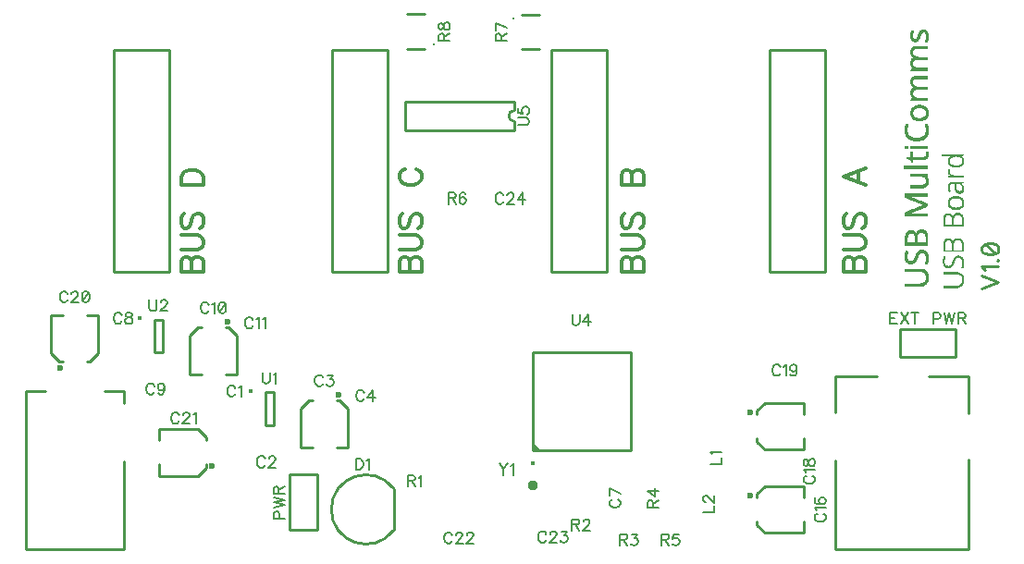
<source format=gto>
G04 DipTrace 2.4.0.2*
%INMainBoard.GTO*%
%MOMM*%
%ADD10C,0.25*%
%ADD12C,0.076*%
%ADD14C,0.3*%
%ADD19C,0.6*%
%ADD44O,0.391X0.391*%
%ADD48C,0.399*%
%ADD52O,0.953X0.952*%
%ADD63C,0.157*%
%ADD64C,0.314*%
%ADD65C,0.235*%
%FSLAX53Y53*%
G04*
G71*
G90*
G75*
G01*
%LNTopSilk*%
%LPD*%
X35170Y9485D2*
D10*
X34120D1*
X35170D2*
Y13034D1*
X34420Y13785D2*
X35170Y13034D1*
X34420Y13785D2*
X34120D1*
X31920Y9485D2*
X30870D1*
Y13034D1*
X31620Y13785D2*
X30870Y13034D1*
X31920Y13785D2*
X31620D1*
D19*
X34320Y14335D3*
X25010Y16153D2*
D10*
X23960D1*
X25010D2*
Y19701D1*
X24260Y20452D2*
X25010Y19701D1*
X24260Y20452D2*
X23960D1*
X21760Y16153D2*
X20710D1*
Y19701D1*
X21460Y20452D2*
X20710Y19701D1*
X21760Y20452D2*
X21460D1*
D19*
X24160Y21002D3*
X76875Y5960D2*
D10*
Y4910D1*
Y5960D2*
X73326D1*
X72575Y5210D2*
X73326Y5960D1*
X72575Y5210D2*
Y4910D1*
X76875Y2710D2*
Y1660D1*
X73326D1*
X72575Y2410D2*
X73326Y1660D1*
X72575Y2710D2*
Y2410D1*
D19*
X72025Y5110D3*
X76875Y13580D2*
D10*
Y12530D1*
Y13580D2*
X73326D1*
X72575Y12830D2*
X73326Y13580D1*
X72575Y12830D2*
Y12530D1*
X76875Y10330D2*
Y9280D1*
X73326D1*
X72575Y10030D2*
X73326Y9280D1*
X72575Y10330D2*
Y10030D1*
D19*
X72025Y12730D3*
X8010Y21630D2*
D10*
X9060D1*
X8010D2*
Y18081D1*
X8760Y17330D2*
X8010Y18081D1*
X8760Y17330D2*
X9060D1*
X11260Y21630D2*
X12310D1*
Y18081D1*
X11560Y17330D2*
X12310Y18081D1*
X11260Y17330D2*
X11560D1*
D19*
X8860Y16780D3*
X17899Y6899D2*
D10*
Y7949D1*
Y6899D2*
X21448D1*
X22199Y7649D2*
X21448Y6899D1*
X22199Y7649D2*
Y7949D1*
X17899Y10149D2*
Y11199D1*
X21448D1*
X22199Y10449D2*
X21448Y11199D1*
X22199Y10149D2*
Y10449D1*
D19*
X22748Y7749D3*
X39370Y5713D2*
D10*
Y1907D1*
X39364Y5721D2*
G03X39364Y1899I-2535J-1911D01*
G01*
X73760Y25540D2*
X78840D1*
Y45860D1*
X73760D1*
Y25540D1*
X53760D2*
X58840D1*
Y45860D1*
X53760D1*
Y25540D1*
X12890Y14669D2*
X14690D1*
X5690Y170D2*
Y14670D1*
X7490D1*
X14690D2*
Y13521D1*
Y8220D2*
Y170D1*
X5690D1*
X90805Y17780D2*
Y20320D1*
X85725Y17780D2*
X90805D1*
X85725D2*
Y20320D1*
X90805D1*
X79754Y189D2*
X91956D1*
X79754D2*
Y8289D1*
X91956Y8390D2*
Y189D1*
X79754Y12690D2*
Y15990D1*
X83556D1*
X88355D2*
X91956D1*
Y12589D1*
X33760Y25540D2*
X38840D1*
Y45860D1*
X33760D1*
Y25540D1*
X13760D2*
X18840D1*
Y45860D1*
X13760D1*
Y25540D1*
X51117Y49136D2*
X52717D1*
X51117Y45936D2*
X52717D1*
D14*
X50342Y48736D3*
X42227Y45955D2*
D10*
X40627D1*
X42227Y49155D2*
X40627D1*
D14*
X43002Y46355D3*
X32385Y6985D2*
D10*
X29845D1*
X32385Y1905D2*
Y6985D1*
Y1905D2*
X29845D1*
Y6985D1*
D44*
X26248Y14654D3*
X27621Y14520D2*
D10*
Y11520D1*
X28421Y14520D2*
Y11520D1*
X27621D2*
X28421D1*
X27621Y14520D2*
X28421D1*
D44*
X16088Y21321D3*
X17461Y21187D2*
D10*
Y18188D1*
X18261Y21187D2*
Y18188D1*
X17461D2*
X18261D1*
X17461Y21187D2*
X18261D1*
X52069Y9199D2*
X61071D1*
Y18201D1*
X52069D1*
Y9199D1*
G36*
D2*
X52870D1*
X52069Y10000D1*
Y9199D1*
G37*
D48*
X52119Y8000D3*
X50403Y41145D2*
D10*
X40403D1*
X50403Y38545D2*
X40403D1*
Y41145D2*
Y38545D1*
X50403Y41145D2*
Y40345D1*
Y39345D2*
Y38545D1*
Y40345D2*
G03X50403Y39345I0J-500D01*
G01*
D52*
X52140Y6040D3*
X87673Y47744D2*
D12*
X87977D1*
X86761Y47706D2*
X86837D1*
X87618D2*
X88033D1*
X86742Y47668D2*
X86876D1*
X87570D2*
X88080D1*
X86727Y47630D2*
X86894D1*
X87532D2*
X88119D1*
X86712Y47592D2*
X86891D1*
X87502D2*
X88149D1*
X86700Y47554D2*
X86884D1*
X87478D2*
X88172D1*
X86691Y47516D2*
X86874D1*
X87456D2*
X87713D1*
X87976D2*
X88190D1*
X86682Y47478D2*
X86862D1*
X87438D2*
X87680D1*
X88008D2*
X88204D1*
X86671Y47440D2*
X86851D1*
X87422D2*
X87651D1*
X88032D2*
X88218D1*
X86661Y47402D2*
X86844D1*
X87408D2*
X87624D1*
X88049D2*
X88229D1*
X86654Y47364D2*
X86840D1*
X87394D2*
X87599D1*
X88065D2*
X88237D1*
X86650Y47326D2*
X86839D1*
X87377D2*
X87579D1*
X88077D2*
X88241D1*
X86649Y47288D2*
X86838D1*
X87361D2*
X87562D1*
X88085D2*
X88242D1*
X86648Y47250D2*
X86838D1*
X87346D2*
X87546D1*
X88089D2*
X88243D1*
X86649Y47212D2*
X86837D1*
X87332D2*
X87529D1*
X88090D2*
X88243D1*
X86654Y47174D2*
X86837D1*
X87318D2*
X87513D1*
X88091D2*
X88243D1*
X86663Y47136D2*
X86838D1*
X87301D2*
X87498D1*
X88091D2*
X88243D1*
X86673Y47098D2*
X86839D1*
X87283D2*
X87484D1*
X88091D2*
X88243D1*
X86679Y47060D2*
X86845D1*
X87263D2*
X87470D1*
X88090D2*
X88243D1*
X86684Y47022D2*
X86857D1*
X87239D2*
X87453D1*
X88085D2*
X88243D1*
X86691Y46984D2*
X86891D1*
X87204D2*
X87435D1*
X88076D2*
X88243D1*
X86702Y46946D2*
X86947D1*
X87146D2*
X87417D1*
X88066D2*
X88242D1*
X86718Y46908D2*
X87035D1*
X87058D2*
X87398D1*
X88058D2*
X88237D1*
X86741Y46870D2*
X87377D1*
X88050D2*
X88228D1*
X86769Y46832D2*
X87353D1*
X88038D2*
X88217D1*
X86804Y46794D2*
X87322D1*
X88022D2*
X88205D1*
X86846Y46756D2*
X87283D1*
X88006D2*
X88192D1*
X86896Y46718D2*
X87234D1*
X87991D2*
X88179D1*
X86951Y46680D2*
X87179D1*
X87977D2*
X88167D1*
X87103Y46262D2*
X88205D1*
X86987Y46224D2*
X88205D1*
X86894Y46186D2*
X88205D1*
X86826Y46148D2*
X88205D1*
X86778Y46110D2*
X88205D1*
X86744Y46072D2*
X88205D1*
X86720Y46034D2*
X88205D1*
X86703Y45996D2*
X86998D1*
X86692Y45958D2*
X86943D1*
X86682Y45920D2*
X86903D1*
X86671Y45882D2*
X86875D1*
X86661Y45844D2*
X86856D1*
X86654Y45806D2*
X86846D1*
X86650Y45768D2*
X86841D1*
X86650Y45730D2*
X86839D1*
X86654Y45692D2*
X86838D1*
X86663Y45654D2*
X86838D1*
X86673Y45616D2*
X86839D1*
X86681Y45578D2*
X86844D1*
X86689Y45540D2*
X86855D1*
X86701Y45502D2*
X86871D1*
X86718Y45464D2*
X86893D1*
X86739Y45426D2*
X86923D1*
X86763Y45388D2*
X86966D1*
X86789Y45350D2*
X87030D1*
X86821Y45312D2*
X87123D1*
X86864Y45274D2*
X87241D1*
X86913Y45236D2*
X88205D1*
X86875Y45198D2*
X88205D1*
X86838Y45160D2*
X88205D1*
X86801Y45122D2*
X88205D1*
X86768Y45084D2*
X88205D1*
X86740Y45046D2*
X88205D1*
X86718Y45008D2*
X87035D1*
X86701Y44970D2*
X86975D1*
X86687Y44932D2*
X86926D1*
X86673Y44894D2*
X86888D1*
X86662Y44856D2*
X86858D1*
X86654Y44818D2*
X86848D1*
X86650Y44780D2*
X86842D1*
X86649Y44742D2*
X86839D1*
X86649Y44704D2*
X86838D1*
X86654Y44666D2*
X86838D1*
X86663Y44628D2*
X86838D1*
X86674Y44590D2*
X86839D1*
X86686Y44552D2*
X86844D1*
X86700Y44514D2*
X86854D1*
X86717Y44476D2*
X86871D1*
X86740Y44438D2*
X86894D1*
X86769Y44400D2*
X86931D1*
X86803Y44362D2*
X86986D1*
X86839Y44324D2*
X87062D1*
X86875Y44286D2*
X87155D1*
X86806Y44248D2*
X88205D1*
X86750Y44210D2*
X88205D1*
X86709Y44172D2*
X88205D1*
X86696Y44134D2*
X88205D1*
X86690Y44096D2*
X88205D1*
X86685Y44058D2*
X88205D1*
X87103Y43526D2*
X88205D1*
X86987Y43488D2*
X88205D1*
X86894Y43450D2*
X88205D1*
X86826Y43412D2*
X88205D1*
X86778Y43374D2*
X88205D1*
X86744Y43336D2*
X88205D1*
X86720Y43298D2*
X88205D1*
X86703Y43260D2*
X86998D1*
X86692Y43222D2*
X86943D1*
X86682Y43184D2*
X86903D1*
X86671Y43146D2*
X86875D1*
X86661Y43108D2*
X86856D1*
X86654Y43070D2*
X86846D1*
X86650Y43032D2*
X86841D1*
X86650Y42994D2*
X86839D1*
X86654Y42956D2*
X86838D1*
X86663Y42918D2*
X86838D1*
X86673Y42880D2*
X86839D1*
X86681Y42842D2*
X86844D1*
X86689Y42804D2*
X86855D1*
X86701Y42766D2*
X86871D1*
X86718Y42728D2*
X86893D1*
X86739Y42690D2*
X86923D1*
X86763Y42652D2*
X86966D1*
X86789Y42614D2*
X87030D1*
X86821Y42576D2*
X87123D1*
X86864Y42538D2*
X87241D1*
X86913Y42500D2*
X88205D1*
X86875Y42462D2*
X88205D1*
X86838Y42424D2*
X88205D1*
X86801Y42386D2*
X88205D1*
X86768Y42348D2*
X88205D1*
X86740Y42310D2*
X88205D1*
X86718Y42272D2*
X87035D1*
X86701Y42234D2*
X86975D1*
X86687Y42196D2*
X86926D1*
X86673Y42158D2*
X86888D1*
X86662Y42120D2*
X86858D1*
X86654Y42082D2*
X86848D1*
X86650Y42044D2*
X86842D1*
X86649Y42006D2*
X86839D1*
X86649Y41968D2*
X86838D1*
X86654Y41930D2*
X86838D1*
X86663Y41892D2*
X86838D1*
X86674Y41854D2*
X86839D1*
X86686Y41816D2*
X86844D1*
X86700Y41778D2*
X86854D1*
X86717Y41740D2*
X86871D1*
X86740Y41702D2*
X86894D1*
X86769Y41664D2*
X86931D1*
X86803Y41626D2*
X86986D1*
X86839Y41588D2*
X87062D1*
X86875Y41550D2*
X87155D1*
X86806Y41512D2*
X88205D1*
X86750Y41474D2*
X88205D1*
X86709Y41436D2*
X88205D1*
X86696Y41398D2*
X88205D1*
X86690Y41360D2*
X88205D1*
X86685Y41322D2*
X88205D1*
X87369Y40866D2*
X87559D1*
X87223Y40828D2*
X87700D1*
X87105Y40790D2*
X87815D1*
X87013Y40752D2*
X87904D1*
X86943Y40714D2*
X87975D1*
X86888Y40676D2*
X88032D1*
X86844Y40638D2*
X88076D1*
X86808Y40600D2*
X87238D1*
X87702D2*
X88110D1*
X86779Y40562D2*
X87129D1*
X87794D2*
X88139D1*
X86755Y40524D2*
X87045D1*
X87868D2*
X88165D1*
X86734Y40486D2*
X86984D1*
X87924D2*
X88186D1*
X86716Y40448D2*
X86942D1*
X87970D2*
X88202D1*
X86701Y40410D2*
X86912D1*
X88005D2*
X88217D1*
X86691Y40372D2*
X86888D1*
X88031D2*
X88229D1*
X86682Y40334D2*
X86869D1*
X88049D2*
X88237D1*
X86671Y40296D2*
X86854D1*
X88064D2*
X88241D1*
X86661Y40258D2*
X86845D1*
X88077D2*
X88242D1*
X86654Y40220D2*
X86841D1*
X88085D2*
X88243D1*
X86650Y40182D2*
X86839D1*
X88089D2*
X88243D1*
X86649Y40144D2*
X86838D1*
X88090D2*
X88243D1*
X86649Y40106D2*
X86838D1*
X88090D2*
X88243D1*
X86654Y40068D2*
X86839D1*
X88085D2*
X88243D1*
X86663Y40030D2*
X86844D1*
X88076D2*
X88243D1*
X86673Y39992D2*
X86854D1*
X88065D2*
X88242D1*
X86681Y39954D2*
X86869D1*
X88052D2*
X88237D1*
X86689Y39916D2*
X86886D1*
X88033D2*
X88227D1*
X86701Y39878D2*
X86906D1*
X88006D2*
X88212D1*
X86717Y39840D2*
X86931D1*
X87972D2*
X88195D1*
X86734Y39802D2*
X86969D1*
X87928D2*
X88175D1*
X86754Y39764D2*
X87024D1*
X87870D2*
X88153D1*
X86778Y39726D2*
X87100D1*
X87791D2*
X88128D1*
X86807Y39688D2*
X87193D1*
X87698D2*
X88102D1*
X86842Y39650D2*
X88071D1*
X86883Y39612D2*
X88030D1*
X86933Y39574D2*
X87978D1*
X86997Y39536D2*
X87910D1*
X87090Y39498D2*
X87817D1*
X87219Y39460D2*
X87696D1*
X87369Y39422D2*
X87559D1*
X86229Y39118D2*
X86305D1*
X86210Y39080D2*
X86364D1*
X87977D2*
X88167D1*
X86195Y39042D2*
X86419D1*
X87995D2*
X88185D1*
X86180Y39004D2*
X86400D1*
X88007D2*
X88197D1*
X86168Y38966D2*
X86385D1*
X88018D2*
X88208D1*
X86160Y38928D2*
X86370D1*
X88029D2*
X88219D1*
X86156Y38890D2*
X86358D1*
X88040D2*
X88230D1*
X86153Y38852D2*
X86349D1*
X88047D2*
X88237D1*
X86148Y38814D2*
X86340D1*
X88051D2*
X88241D1*
X86138Y38776D2*
X86329D1*
X88052D2*
X88242D1*
X86128Y38738D2*
X86319D1*
X88055D2*
X88243D1*
X86122Y38700D2*
X86312D1*
X88060D2*
X88243D1*
X86118Y38662D2*
X86308D1*
X88069D2*
X88243D1*
X86117Y38624D2*
X86307D1*
X88078D2*
X88243D1*
X86116Y38586D2*
X86306D1*
X88084D2*
X88243D1*
X86116Y38548D2*
X86306D1*
X88082D2*
X88243D1*
X86117Y38510D2*
X86307D1*
X88075D2*
X88243D1*
X86122Y38472D2*
X86312D1*
X88066D2*
X88243D1*
X86131Y38434D2*
X86321D1*
X88059D2*
X88243D1*
X86141Y38396D2*
X86332D1*
X88055D2*
X88243D1*
X86147Y38358D2*
X86344D1*
X88048D2*
X88243D1*
X86152Y38320D2*
X86356D1*
X88037D2*
X88242D1*
X86159Y38282D2*
X86369D1*
X88022D2*
X88237D1*
X86170Y38244D2*
X86383D1*
X88005D2*
X88228D1*
X86185Y38206D2*
X86402D1*
X87985D2*
X88217D1*
X86202Y38168D2*
X86429D1*
X87961D2*
X88205D1*
X86220Y38130D2*
X86461D1*
X87932D2*
X88191D1*
X86239Y38092D2*
X86497D1*
X87898D2*
X88175D1*
X86259Y38054D2*
X86536D1*
X87861D2*
X88157D1*
X86282Y38016D2*
X86580D1*
X87817D2*
X88137D1*
X86307Y37978D2*
X86635D1*
X87762D2*
X88113D1*
X86331Y37940D2*
X86704D1*
X87693D2*
X88084D1*
X86359Y37902D2*
X86789D1*
X87608D2*
X88050D1*
X86395Y37864D2*
X86887D1*
X87510D2*
X88014D1*
X86439Y37826D2*
X87975D1*
X86492Y37788D2*
X87931D1*
X86551Y37750D2*
X87876D1*
X86621Y37712D2*
X87805D1*
X86704Y37674D2*
X87714D1*
X86804Y37636D2*
X87604D1*
X86913Y37598D2*
X87483D1*
X86153Y37104D2*
X86343D1*
X86685D2*
X88205D1*
X86136Y37066D2*
X86361D1*
X86685D2*
X88205D1*
X86125Y37028D2*
X86372D1*
X86685D2*
X88205D1*
X86121Y36990D2*
X86376D1*
X86685D2*
X88205D1*
X86124Y36952D2*
X86372D1*
X86685D2*
X88205D1*
X86136Y36914D2*
X86360D1*
X86685D2*
X88205D1*
X86153Y36876D2*
X86343D1*
X86685D2*
X88205D1*
X86685Y36534D2*
X86837D1*
X88053D2*
X88243D1*
X86685Y36496D2*
X86837D1*
X88071D2*
X88243D1*
X86685Y36458D2*
X86837D1*
X88082D2*
X88243D1*
X86685Y36420D2*
X86837D1*
X88087D2*
X88243D1*
X86685Y36382D2*
X86837D1*
X88090D2*
X88243D1*
X86685Y36344D2*
X86837D1*
X88089D2*
X88243D1*
X86685Y36306D2*
X86837D1*
X88085D2*
X88243D1*
X86685Y36268D2*
X86837D1*
X88073D2*
X88243D1*
X86685Y36230D2*
X86837D1*
X88055D2*
X88243D1*
X86685Y36192D2*
X86837D1*
X88014D2*
X88242D1*
X86685Y36154D2*
X86837D1*
X87959D2*
X88237D1*
X86685Y36116D2*
X86837D1*
X87894D2*
X88226D1*
X86305Y36078D2*
X88210D1*
X86312Y36040D2*
X88186D1*
X86336Y36002D2*
X88150D1*
X86403Y35964D2*
X88095D1*
X86486Y35926D2*
X88022D1*
X86568Y35888D2*
X87939D1*
X86636Y35850D2*
X86837D1*
X86667Y35812D2*
X86837D1*
X86692Y35774D2*
X86837D1*
X86714Y35736D2*
X86837D1*
X86737Y35698D2*
X86837D1*
X86761Y35660D2*
X86837D1*
X86039Y35318D2*
X88205D1*
X86039Y35280D2*
X88205D1*
X86039Y35242D2*
X88205D1*
X86039Y35204D2*
X88205D1*
X86039Y35166D2*
X88205D1*
X86039Y35128D2*
X88205D1*
X86039Y35090D2*
X88205D1*
X86685Y34558D2*
X88205D1*
X86685Y34520D2*
X88205D1*
X86685Y34482D2*
X88205D1*
X86685Y34444D2*
X88205D1*
X86685Y34406D2*
X88205D1*
X86685Y34368D2*
X88053D1*
X87786Y34330D2*
X88074D1*
X87855Y34292D2*
X88099D1*
X87916Y34254D2*
X88127D1*
X87965Y34216D2*
X88152D1*
X88003Y34178D2*
X88174D1*
X88030Y34140D2*
X88195D1*
X88049Y34102D2*
X88213D1*
X88064Y34064D2*
X88227D1*
X88077Y34026D2*
X88236D1*
X88085Y33988D2*
X88240D1*
X88089Y33950D2*
X88242D1*
X88090Y33912D2*
X88243D1*
X88091Y33874D2*
X88243D1*
X88090Y33836D2*
X88243D1*
X88085Y33798D2*
X88243D1*
X88074Y33760D2*
X88243D1*
X88058Y33722D2*
X88243D1*
X88036Y33684D2*
X88242D1*
X88003Y33646D2*
X88237D1*
X87950Y33608D2*
X88226D1*
X87868Y33570D2*
X88210D1*
X87758Y33532D2*
X88188D1*
X86685Y33494D2*
X88159D1*
X86685Y33456D2*
X88124D1*
X86685Y33418D2*
X88081D1*
X86685Y33380D2*
X88022D1*
X86685Y33342D2*
X87947D1*
X86685Y33304D2*
X87863D1*
X86153Y32734D2*
X88205D1*
X86153Y32696D2*
X88205D1*
X86153Y32658D2*
X88205D1*
X86153Y32620D2*
X88205D1*
X86153Y32582D2*
X88205D1*
X86154Y32544D2*
X88205D1*
X86155Y32506D2*
X86463D1*
X86160Y32468D2*
X86550D1*
X86183Y32430D2*
X86641D1*
X86240Y32392D2*
X86734D1*
X86313Y32354D2*
X86830D1*
X86398Y32316D2*
X86928D1*
X86490Y32278D2*
X87028D1*
X86587Y32240D2*
X87128D1*
X86687Y32202D2*
X87225D1*
X86786Y32164D2*
X87321D1*
X86883Y32126D2*
X87417D1*
X86979Y32088D2*
X87513D1*
X87075Y32050D2*
X87612D1*
X87170Y32012D2*
X87712D1*
X87265Y31974D2*
X87812D1*
X87361Y31936D2*
X87909D1*
X87460Y31898D2*
X88002D1*
X87560Y31860D2*
X88083D1*
X87656Y31822D2*
X88152D1*
X87741Y31784D2*
X88184D1*
X87808Y31746D2*
X88195D1*
X87863Y31708D2*
X88199D1*
X87763Y31670D2*
X88198D1*
X87661Y31632D2*
X88176D1*
X87559Y31594D2*
X88118D1*
X87460Y31556D2*
X88045D1*
X87362Y31518D2*
X87961D1*
X87266Y31480D2*
X87869D1*
X87170Y31442D2*
X87772D1*
X87074Y31404D2*
X87672D1*
X86975Y31366D2*
X87573D1*
X86874Y31328D2*
X87476D1*
X86775Y31290D2*
X87378D1*
X86678Y31252D2*
X87279D1*
X86582Y31214D2*
X87179D1*
X86486Y31176D2*
X87079D1*
X86393Y31138D2*
X86982D1*
X86307Y31100D2*
X86884D1*
X86239Y31062D2*
X86785D1*
X86187Y31024D2*
X86684D1*
X86170Y30986D2*
X86584D1*
X86160Y30948D2*
X86481D1*
X86156Y30910D2*
X86375D1*
X86913D2*
X88205D1*
X86154Y30872D2*
X88205D1*
X86154Y30834D2*
X88205D1*
X86154Y30796D2*
X88205D1*
X86153Y30758D2*
X88205D1*
X86153Y30720D2*
X88205D1*
X87559Y29466D2*
X87749D1*
X87473Y29428D2*
X87841D1*
X86533Y29390D2*
X86799D1*
X87402D2*
X87922D1*
X86460Y29352D2*
X86868D1*
X87346D2*
X87987D1*
X86401Y29314D2*
X86927D1*
X87301D2*
X88035D1*
X86353Y29276D2*
X86972D1*
X87266D2*
X88070D1*
X86315Y29238D2*
X87006D1*
X87240D2*
X88096D1*
X86286Y29200D2*
X87032D1*
X87222D2*
X87491D1*
X87780D2*
X88118D1*
X86263Y29162D2*
X87054D1*
X87206D2*
X87431D1*
X87840D2*
X88137D1*
X86245Y29124D2*
X86542D1*
X86867D2*
X87074D1*
X87192D2*
X87381D1*
X87889D2*
X88153D1*
X86231Y29086D2*
X86487D1*
X86922D2*
X87095D1*
X87179D2*
X87342D1*
X87929D2*
X88166D1*
X86217Y29048D2*
X86447D1*
X86962D2*
X87117D1*
X87162D2*
X87312D1*
X87959D2*
X88180D1*
X86206Y29010D2*
X86419D1*
X86990D2*
X87289D1*
X87982D2*
X88191D1*
X86198Y28972D2*
X86399D1*
X87009D2*
X87273D1*
X88000D2*
X88199D1*
X86193Y28934D2*
X86384D1*
X87020D2*
X87263D1*
X88014D2*
X88203D1*
X86186Y28896D2*
X86370D1*
X87030D2*
X87259D1*
X88028D2*
X88204D1*
X86176Y28858D2*
X86358D1*
X87042D2*
X87255D1*
X88039D2*
X88205D1*
X86166Y28820D2*
X86350D1*
X87052D2*
X87250D1*
X88047D2*
X88205D1*
X86160Y28782D2*
X86346D1*
X87059D2*
X87240D1*
X88051D2*
X88205D1*
X86156Y28744D2*
X86345D1*
X87063D2*
X87230D1*
X88052D2*
X88205D1*
X86155Y28706D2*
X86344D1*
X87064D2*
X87224D1*
X88053D2*
X88205D1*
X86154Y28668D2*
X86344D1*
X87065D2*
X87220D1*
X88053D2*
X88205D1*
X86154Y28630D2*
X86343D1*
X87065D2*
X87219D1*
X88053D2*
X88205D1*
X86153Y28592D2*
X86343D1*
X87065D2*
X87218D1*
X88053D2*
X88205D1*
X86153Y28554D2*
X86343D1*
X87065D2*
X87218D1*
X88053D2*
X88205D1*
X86153Y28516D2*
X86343D1*
X87065D2*
X87217D1*
X88053D2*
X88205D1*
X86153Y28478D2*
X86343D1*
X87065D2*
X87217D1*
X88053D2*
X88205D1*
X86153Y28440D2*
X86343D1*
X87065D2*
X87217D1*
X88053D2*
X88205D1*
X86153Y28402D2*
X86343D1*
X87065D2*
X87217D1*
X88053D2*
X88205D1*
X86153Y28364D2*
X86343D1*
X87065D2*
X87217D1*
X88053D2*
X88205D1*
X86153Y28326D2*
X86343D1*
X87065D2*
X87217D1*
X88053D2*
X88205D1*
X86153Y28288D2*
X86343D1*
X87065D2*
X87217D1*
X88053D2*
X88205D1*
X86153Y28250D2*
X88205D1*
X86153Y28212D2*
X88205D1*
X86153Y28174D2*
X88205D1*
X86153Y28136D2*
X88205D1*
X86153Y28098D2*
X88205D1*
X86153Y28060D2*
X88205D1*
X87483Y27566D2*
X87863D1*
X86229Y27528D2*
X86267D1*
X87428D2*
X87932D1*
X86216Y27490D2*
X86346D1*
X87379D2*
X87992D1*
X86204Y27452D2*
X86419D1*
X87337D2*
X88041D1*
X86192Y27414D2*
X86400D1*
X87301D2*
X88081D1*
X86179Y27376D2*
X86385D1*
X87272D2*
X88111D1*
X86167Y27338D2*
X86370D1*
X87244D2*
X87613D1*
X87818D2*
X88135D1*
X86160Y27300D2*
X86358D1*
X87218D2*
X87531D1*
X87878D2*
X88157D1*
X86155Y27262D2*
X86350D1*
X87194D2*
X87473D1*
X87927D2*
X88176D1*
X86148Y27224D2*
X86345D1*
X87173D2*
X87433D1*
X87967D2*
X88196D1*
X86138Y27186D2*
X86338D1*
X87157D2*
X87404D1*
X87997D2*
X88213D1*
X86128Y27148D2*
X86328D1*
X87143D2*
X87381D1*
X88020D2*
X88227D1*
X86122Y27110D2*
X86318D1*
X87129D2*
X87361D1*
X88036D2*
X88236D1*
X86118Y27072D2*
X86312D1*
X87116D2*
X87341D1*
X88047D2*
X88240D1*
X86117Y27034D2*
X86308D1*
X87104D2*
X87322D1*
X88056D2*
X88242D1*
X86116Y26996D2*
X86307D1*
X87089D2*
X87303D1*
X88068D2*
X88243D1*
X86116Y26958D2*
X86306D1*
X87073D2*
X87285D1*
X88078D2*
X88243D1*
X86117Y26920D2*
X86307D1*
X87055D2*
X87270D1*
X88085D2*
X88243D1*
X86122Y26882D2*
X86312D1*
X87037D2*
X87257D1*
X88089D2*
X88243D1*
X86131Y26844D2*
X86321D1*
X87018D2*
X87243D1*
X88089D2*
X88243D1*
X86141Y26806D2*
X86332D1*
X86999D2*
X87230D1*
X88085D2*
X88243D1*
X86149Y26768D2*
X86345D1*
X86980D2*
X87218D1*
X88076D2*
X88243D1*
X86157Y26730D2*
X86364D1*
X86959D2*
X87203D1*
X88066D2*
X88243D1*
X86169Y26692D2*
X86393D1*
X86931D2*
X87186D1*
X88060D2*
X88243D1*
X86185Y26654D2*
X86430D1*
X86894D2*
X87164D1*
X88056D2*
X88243D1*
X86202Y26616D2*
X86517D1*
X86792D2*
X87140D1*
X88053D2*
X88243D1*
X86222Y26578D2*
X86645D1*
X86640D2*
X87116D1*
X88048D2*
X88242D1*
X86246Y26540D2*
X87089D1*
X88038D2*
X88237D1*
X86275Y26502D2*
X87057D1*
X88028D2*
X88228D1*
X86310Y26464D2*
X87017D1*
X88020D2*
X88218D1*
X86352Y26426D2*
X86965D1*
X88012D2*
X88210D1*
X86402Y26388D2*
X86903D1*
X88001D2*
X88201D1*
X86457Y26350D2*
X86837D1*
X87989D2*
X88186D1*
X87977Y26312D2*
X88167D1*
X86153Y25856D2*
X87673D1*
X86153Y25818D2*
X87783D1*
X86153Y25780D2*
X87874D1*
X86153Y25742D2*
X87946D1*
X86153Y25704D2*
X88002D1*
X86153Y25666D2*
X88046D1*
X87619Y25628D2*
X88083D1*
X87733Y25590D2*
X88112D1*
X87819Y25552D2*
X88136D1*
X87882Y25514D2*
X88156D1*
X87930Y25476D2*
X88175D1*
X87968Y25438D2*
X88191D1*
X87997Y25400D2*
X88204D1*
X88020Y25362D2*
X88218D1*
X88036Y25324D2*
X88229D1*
X88047Y25286D2*
X88237D1*
X88056Y25248D2*
X88241D1*
X88068Y25210D2*
X88242D1*
X88078Y25172D2*
X88243D1*
X88085Y25134D2*
X88243D1*
X88087Y25096D2*
X88243D1*
X88084Y25058D2*
X88243D1*
X88076Y25020D2*
X88243D1*
X88066Y24982D2*
X88243D1*
X88059Y24944D2*
X88243D1*
X88055Y24906D2*
X88243D1*
X88048Y24868D2*
X88242D1*
X88037Y24830D2*
X88237D1*
X88020Y24792D2*
X88227D1*
X87998Y24754D2*
X88212D1*
X87969Y24716D2*
X88195D1*
X87934Y24678D2*
X88176D1*
X87889Y24640D2*
X88158D1*
X87824Y24602D2*
X88137D1*
X87730Y24564D2*
X88113D1*
X87612Y24526D2*
X88084D1*
X86153Y24488D2*
X88049D1*
X86153Y24450D2*
X88006D1*
X86153Y24412D2*
X87952D1*
X86153Y24374D2*
X87883D1*
X86153Y24336D2*
X87801D1*
X86153Y24298D2*
X87711D1*
X89549Y36293D2*
X91449D1*
X89549Y36255D2*
X91409D1*
X89549Y36217D2*
X91356D1*
X90309Y36179D2*
X90637D1*
X90969D2*
X91297D1*
X90271Y36141D2*
X90501D1*
X91105D2*
X91334D1*
X90235Y36103D2*
X90402D1*
X91204D2*
X91367D1*
X90202Y36065D2*
X90333D1*
X91272D2*
X91394D1*
X90174Y36027D2*
X90282D1*
X91319D2*
X91418D1*
X90152Y35989D2*
X90245D1*
X91353D2*
X91438D1*
X90135Y35951D2*
X90216D1*
X91377D2*
X91457D1*
X90121Y35913D2*
X90204D1*
X91394D2*
X91471D1*
X90107Y35875D2*
X90193D1*
X91403D2*
X91480D1*
X90095Y35837D2*
X90181D1*
X91408D2*
X91484D1*
X90088Y35799D2*
X90171D1*
X91410D2*
X91486D1*
X90084Y35761D2*
X90165D1*
X91411D2*
X91487D1*
X90084Y35723D2*
X90166D1*
X91411D2*
X91487D1*
X90088Y35685D2*
X90174D1*
X91411D2*
X91487D1*
X90097Y35647D2*
X90184D1*
X91410D2*
X91487D1*
X90108Y35609D2*
X90196D1*
X91405D2*
X91486D1*
X90119Y35571D2*
X90210D1*
X91394D2*
X91481D1*
X90133Y35533D2*
X90227D1*
X91378D2*
X91470D1*
X90150Y35495D2*
X90252D1*
X91354D2*
X91454D1*
X90168Y35457D2*
X90287D1*
X91319D2*
X91432D1*
X90189Y35419D2*
X90342D1*
X91265D2*
X91403D1*
X90218Y35381D2*
X90432D1*
X91174D2*
X91370D1*
X90258Y35343D2*
X90588D1*
X91018D2*
X91332D1*
X90311Y35305D2*
X90825D1*
X90782D2*
X91286D1*
X90380Y35267D2*
X91221D1*
X90472Y35229D2*
X91133D1*
X90575Y35191D2*
X91031D1*
X90119Y34925D2*
X90195D1*
X90102Y34887D2*
X90194D1*
X90091Y34849D2*
X90188D1*
X90085Y34811D2*
X90175D1*
X90084Y34773D2*
X90157D1*
X90088Y34735D2*
X90175D1*
X90098Y34697D2*
X90187D1*
X90113Y34659D2*
X90199D1*
X90130Y34621D2*
X90217D1*
X90150Y34583D2*
X90243D1*
X90173Y34545D2*
X90277D1*
X90204Y34507D2*
X90322D1*
X90244Y34469D2*
X90387D1*
X90293Y34431D2*
X90480D1*
X90347Y34393D2*
X90598D1*
X90119Y34355D2*
X91449D1*
X90119Y34317D2*
X91449D1*
X90119Y34279D2*
X91449D1*
X90347Y33785D2*
X91449D1*
X90285Y33747D2*
X91395D1*
X90234Y33709D2*
X91330D1*
X90194Y33671D2*
X90355D1*
X90689D2*
X90765D1*
X91092D2*
X91259D1*
X90163Y33633D2*
X90296D1*
X90689D2*
X90765D1*
X91175D2*
X91297D1*
X90140Y33595D2*
X90251D1*
X90689D2*
X90765D1*
X91238D2*
X91335D1*
X90123Y33557D2*
X90221D1*
X90689D2*
X90765D1*
X91287D2*
X91372D1*
X90108Y33519D2*
X90201D1*
X90689D2*
X90765D1*
X91325D2*
X91405D1*
X90096Y33481D2*
X90185D1*
X90689D2*
X90765D1*
X91355D2*
X91432D1*
X90088Y33443D2*
X90172D1*
X90689D2*
X90765D1*
X91378D2*
X91454D1*
X90084Y33405D2*
X90164D1*
X90689D2*
X90767D1*
X91394D2*
X91470D1*
X90082Y33367D2*
X90162D1*
X90691D2*
X90771D1*
X91403D2*
X91479D1*
X90083Y33329D2*
X90165D1*
X90695D2*
X90781D1*
X91408D2*
X91484D1*
X90088Y33291D2*
X90173D1*
X90705D2*
X90790D1*
X91410D2*
X91486D1*
X90097Y33253D2*
X90183D1*
X90714D2*
X90797D1*
X91411D2*
X91487D1*
X90107Y33215D2*
X90191D1*
X90722D2*
X90802D1*
X91411D2*
X91487D1*
X90114Y33177D2*
X90199D1*
X90731D2*
X90809D1*
X91410D2*
X91487D1*
X90123Y33139D2*
X90210D1*
X90742D2*
X90820D1*
X91405D2*
X91487D1*
X90134Y33101D2*
X90222D1*
X90753D2*
X90836D1*
X91394D2*
X91486D1*
X90146Y33063D2*
X90234D1*
X90765D2*
X90859D1*
X91377D2*
X91481D1*
X90158Y33025D2*
X90251D1*
X90780D2*
X90890D1*
X91354D2*
X91470D1*
X90175Y32987D2*
X90271D1*
X90797D2*
X90978D1*
X91270D2*
X91454D1*
X90195Y32949D2*
X90233D1*
X90822D2*
X91119D1*
X91131D2*
X91430D1*
X90857Y32911D2*
X91395D1*
X90906Y32873D2*
X91347D1*
X90966Y32835D2*
X91286D1*
X91031Y32797D2*
X91221D1*
X90575Y32493D2*
X90993D1*
X90483Y32455D2*
X91098D1*
X90403Y32417D2*
X91185D1*
X90337Y32379D2*
X90707D1*
X90895D2*
X91255D1*
X90283Y32341D2*
X90562D1*
X91036D2*
X91309D1*
X90240Y32303D2*
X90453D1*
X91144D2*
X91349D1*
X90204Y32265D2*
X90377D1*
X91223D2*
X91381D1*
X90175Y32227D2*
X90323D1*
X91280D2*
X91409D1*
X90153Y32189D2*
X90282D1*
X91322D2*
X91434D1*
X90136Y32151D2*
X90252D1*
X91354D2*
X91455D1*
X90126Y32113D2*
X90229D1*
X91377D2*
X91470D1*
X90116Y32075D2*
X90211D1*
X91394D2*
X91479D1*
X90105Y32037D2*
X90197D1*
X91403D2*
X91484D1*
X90094Y31999D2*
X90183D1*
X91408D2*
X91486D1*
X90088Y31961D2*
X90171D1*
X91410D2*
X91487D1*
X90084Y31923D2*
X90165D1*
X91411D2*
X91487D1*
X90084Y31885D2*
X90166D1*
X91411D2*
X91487D1*
X90088Y31847D2*
X90174D1*
X91411D2*
X91487D1*
X90097Y31809D2*
X90184D1*
X91410D2*
X91487D1*
X90107Y31771D2*
X90196D1*
X91405D2*
X91486D1*
X90114Y31733D2*
X90210D1*
X91394D2*
X91481D1*
X90123Y31695D2*
X90227D1*
X91378D2*
X91470D1*
X90135Y31657D2*
X90250D1*
X91356D2*
X91454D1*
X90152Y31619D2*
X90279D1*
X91326D2*
X91433D1*
X90174Y31581D2*
X90316D1*
X91285D2*
X91409D1*
X90203Y31543D2*
X90368D1*
X91229D2*
X91384D1*
X90238Y31505D2*
X90456D1*
X91140D2*
X91352D1*
X90281Y31467D2*
X90604D1*
X90996D2*
X91310D1*
X90335Y31429D2*
X90819D1*
X90785D2*
X91253D1*
X90403Y31391D2*
X91180D1*
X90486Y31353D2*
X91090D1*
X90575Y31315D2*
X90993D1*
X90803Y30973D2*
X91107D1*
X89967Y30935D2*
X90195D1*
X90748D2*
X91176D1*
X89900Y30897D2*
X90268D1*
X90699D2*
X91236D1*
X89845Y30859D2*
X90327D1*
X90657D2*
X91285D1*
X89805Y30821D2*
X90371D1*
X90623D2*
X90774D1*
X91138D2*
X91324D1*
X89775Y30783D2*
X89943D1*
X90262D2*
X90403D1*
X90598D2*
X90719D1*
X91198D2*
X91354D1*
X89752Y30745D2*
X89892D1*
X90317D2*
X90427D1*
X90579D2*
X90679D1*
X91247D2*
X91378D1*
X89732Y30707D2*
X89852D1*
X90358D2*
X90445D1*
X90563D2*
X90649D1*
X91285D2*
X91395D1*
X89716Y30669D2*
X89821D1*
X90387D2*
X90461D1*
X90544D2*
X90626D1*
X91312D2*
X91410D1*
X89702Y30631D2*
X89798D1*
X90411D2*
X90479D1*
X90523D2*
X90606D1*
X91330D2*
X91423D1*
X89689Y30593D2*
X89781D1*
X90430D2*
X90592D1*
X91346D2*
X91435D1*
X89677Y30555D2*
X89766D1*
X90445D2*
X90583D1*
X91359D2*
X91442D1*
X89670Y30517D2*
X89754D1*
X90454D2*
X90578D1*
X91366D2*
X91446D1*
X89666Y30479D2*
X89746D1*
X90458D2*
X90576D1*
X91370D2*
X91448D1*
X89664Y30441D2*
X89742D1*
X90460D2*
X90574D1*
X91372D2*
X91449D1*
X89664Y30403D2*
X89740D1*
X90461D2*
X90569D1*
X91373D2*
X91449D1*
X89663Y30365D2*
X89740D1*
X90461D2*
X90560D1*
X91373D2*
X91449D1*
X89663Y30327D2*
X89739D1*
X90461D2*
X90550D1*
X91373D2*
X91449D1*
X89663Y30289D2*
X89739D1*
X90461D2*
X90543D1*
X91373D2*
X91449D1*
X89663Y30251D2*
X89739D1*
X90461D2*
X90540D1*
X91373D2*
X91449D1*
X89663Y30213D2*
X89739D1*
X90461D2*
X90538D1*
X91373D2*
X91449D1*
X89663Y30175D2*
X89739D1*
X90461D2*
X90538D1*
X91373D2*
X91449D1*
X89663Y30137D2*
X89739D1*
X90461D2*
X90537D1*
X91373D2*
X91449D1*
X89663Y30099D2*
X89739D1*
X90461D2*
X90537D1*
X91373D2*
X91449D1*
X89663Y30061D2*
X89739D1*
X90461D2*
X90537D1*
X91373D2*
X91449D1*
X89663Y30023D2*
X89739D1*
X90461D2*
X90537D1*
X91373D2*
X91449D1*
X89663Y29985D2*
X89739D1*
X90461D2*
X90537D1*
X91373D2*
X91449D1*
X89663Y29947D2*
X89739D1*
X90461D2*
X90537D1*
X91373D2*
X91449D1*
X89663Y29909D2*
X89739D1*
X90461D2*
X90537D1*
X91373D2*
X91449D1*
X89663Y29871D2*
X91449D1*
X89663Y29833D2*
X91449D1*
X89663Y29795D2*
X91449D1*
X90803Y28655D2*
X91107D1*
X89967Y28617D2*
X90195D1*
X90748D2*
X91176D1*
X89900Y28579D2*
X90268D1*
X90699D2*
X91236D1*
X89845Y28541D2*
X90327D1*
X90657D2*
X91285D1*
X89805Y28503D2*
X90371D1*
X90623D2*
X90774D1*
X91138D2*
X91324D1*
X89775Y28465D2*
X89943D1*
X90262D2*
X90403D1*
X90598D2*
X90719D1*
X91198D2*
X91354D1*
X89752Y28427D2*
X89892D1*
X90317D2*
X90427D1*
X90579D2*
X90679D1*
X91247D2*
X91378D1*
X89732Y28389D2*
X89852D1*
X90358D2*
X90445D1*
X90563D2*
X90649D1*
X91285D2*
X91395D1*
X89716Y28351D2*
X89821D1*
X90387D2*
X90461D1*
X90544D2*
X90626D1*
X91312D2*
X91410D1*
X89702Y28313D2*
X89798D1*
X90411D2*
X90479D1*
X90523D2*
X90606D1*
X91330D2*
X91423D1*
X89689Y28275D2*
X89781D1*
X90430D2*
X90592D1*
X91346D2*
X91435D1*
X89677Y28237D2*
X89766D1*
X90445D2*
X90583D1*
X91359D2*
X91442D1*
X89670Y28199D2*
X89754D1*
X90454D2*
X90578D1*
X91366D2*
X91446D1*
X89666Y28161D2*
X89746D1*
X90458D2*
X90576D1*
X91370D2*
X91448D1*
X89664Y28123D2*
X89742D1*
X90460D2*
X90574D1*
X91372D2*
X91449D1*
X89664Y28085D2*
X89740D1*
X90461D2*
X90569D1*
X91373D2*
X91449D1*
X89663Y28047D2*
X89740D1*
X90461D2*
X90560D1*
X91373D2*
X91449D1*
X89663Y28009D2*
X89739D1*
X90461D2*
X90550D1*
X91373D2*
X91449D1*
X89663Y27971D2*
X89739D1*
X90461D2*
X90543D1*
X91373D2*
X91449D1*
X89663Y27933D2*
X89739D1*
X90461D2*
X90540D1*
X91373D2*
X91449D1*
X89663Y27895D2*
X89739D1*
X90461D2*
X90538D1*
X91373D2*
X91449D1*
X89663Y27857D2*
X89739D1*
X90461D2*
X90538D1*
X91373D2*
X91449D1*
X89663Y27819D2*
X89739D1*
X90461D2*
X90537D1*
X91373D2*
X91449D1*
X89663Y27781D2*
X89739D1*
X90461D2*
X90537D1*
X91373D2*
X91449D1*
X89663Y27743D2*
X89739D1*
X90461D2*
X90537D1*
X91373D2*
X91449D1*
X89663Y27705D2*
X89739D1*
X90461D2*
X90537D1*
X91373D2*
X91449D1*
X89663Y27667D2*
X89739D1*
X90461D2*
X90537D1*
X91373D2*
X91449D1*
X89663Y27629D2*
X89739D1*
X90461D2*
X90537D1*
X91373D2*
X91449D1*
X89663Y27591D2*
X89739D1*
X90461D2*
X90537D1*
X91373D2*
X91449D1*
X89663Y27553D2*
X91449D1*
X89663Y27515D2*
X91449D1*
X89663Y27477D2*
X91449D1*
X90955Y27059D2*
X91069D1*
X90869Y27021D2*
X91166D1*
X89701Y26983D2*
X89777D1*
X90798D2*
X91244D1*
X89695Y26945D2*
X89815D1*
X90743D2*
X91304D1*
X89686Y26907D2*
X89792D1*
X90702D2*
X90887D1*
X91138D2*
X91347D1*
X89676Y26869D2*
X89771D1*
X90670D2*
X90828D1*
X91198D2*
X91380D1*
X89668Y26831D2*
X89756D1*
X90646D2*
X90782D1*
X91249D2*
X91408D1*
X89660Y26793D2*
X89745D1*
X90624D2*
X90748D1*
X91291D2*
X91429D1*
X89649Y26755D2*
X89736D1*
X90604D2*
X90722D1*
X91326D2*
X91446D1*
X89638Y26717D2*
X89725D1*
X90585D2*
X90700D1*
X91351D2*
X91461D1*
X89632Y26679D2*
X89714D1*
X90567D2*
X90680D1*
X91369D2*
X91473D1*
X89628Y26641D2*
X89708D1*
X90552D2*
X90661D1*
X91384D2*
X91480D1*
X89626Y26603D2*
X89704D1*
X90538D2*
X90643D1*
X91397D2*
X91484D1*
X89626Y26565D2*
X89702D1*
X90523D2*
X90628D1*
X91404D2*
X91486D1*
X89625Y26527D2*
X89702D1*
X90507D2*
X90614D1*
X91408D2*
X91487D1*
X89625Y26489D2*
X89703D1*
X90490D2*
X90599D1*
X91410D2*
X91487D1*
X89627Y26451D2*
X89708D1*
X90475D2*
X90583D1*
X91411D2*
X91487D1*
X89631Y26413D2*
X89717D1*
X90462D2*
X90566D1*
X91411D2*
X91487D1*
X89641Y26375D2*
X89728D1*
X90447D2*
X90551D1*
X91411D2*
X91487D1*
X89652Y26337D2*
X89739D1*
X90431D2*
X90538D1*
X91411D2*
X91487D1*
X89663Y26299D2*
X89754D1*
X90413D2*
X90523D1*
X91411D2*
X91487D1*
X89677Y26261D2*
X89771D1*
X90393D2*
X90505D1*
X91411D2*
X91487D1*
X89694Y26223D2*
X89797D1*
X90366D2*
X90484D1*
X91410D2*
X91487D1*
X89712Y26185D2*
X89830D1*
X90332D2*
X90460D1*
X91405D2*
X91487D1*
X89733Y26147D2*
X89929D1*
X90233D2*
X90435D1*
X91396D2*
X91486D1*
X89762Y26109D2*
X90082D1*
X90080D2*
X90407D1*
X91386D2*
X91481D1*
X89803Y26071D2*
X90369D1*
X91378D2*
X91472D1*
X89859Y26033D2*
X90314D1*
X91368D2*
X91462D1*
X89928Y25995D2*
X90240D1*
X91354D2*
X91455D1*
X90005Y25957D2*
X90157D1*
X91335D2*
X91449D1*
X89663Y25539D2*
X90917D1*
X89663Y25501D2*
X91044D1*
X89663Y25463D2*
X91147D1*
X89663Y25425D2*
X91224D1*
X91054Y25387D2*
X91282D1*
X91137Y25349D2*
X91328D1*
X91200Y25311D2*
X91364D1*
X91250Y25273D2*
X91393D1*
X91292Y25235D2*
X91416D1*
X91326Y25197D2*
X91433D1*
X91351Y25159D2*
X91448D1*
X91369Y25121D2*
X91461D1*
X91384Y25083D2*
X91473D1*
X91397Y25045D2*
X91480D1*
X91404Y25007D2*
X91484D1*
X91408Y24969D2*
X91486D1*
X91410Y24931D2*
X91487D1*
X91411Y24893D2*
X91487D1*
X91411Y24855D2*
X91487D1*
X91411Y24817D2*
X91487D1*
X91411Y24779D2*
X91487D1*
X91410Y24741D2*
X91487D1*
X91405Y24703D2*
X91486D1*
X91394Y24665D2*
X91481D1*
X91380Y24627D2*
X91472D1*
X91362Y24589D2*
X91461D1*
X91343Y24551D2*
X91449D1*
X91319Y24513D2*
X91435D1*
X91288Y24475D2*
X91417D1*
X91248Y24437D2*
X91394D1*
X91197Y24399D2*
X91365D1*
X91134Y24361D2*
X91330D1*
X91065Y24323D2*
X91287D1*
X89663Y24285D2*
X91231D1*
X89663Y24247D2*
X91150D1*
X89663Y24209D2*
X91042D1*
X89663Y24171D2*
X90917D1*
X87673Y47744D2*
X87618Y47706D1*
X87570Y47668D1*
X87532Y47630D1*
X87502Y47592D1*
X87478Y47554D1*
X87456Y47516D1*
X87438Y47478D1*
X87422Y47440D1*
X87408Y47402D1*
X87394Y47364D1*
X87377Y47326D1*
X87361Y47288D1*
X87346Y47250D1*
X87332Y47212D1*
X87318Y47174D1*
X87301Y47136D1*
X87283Y47098D1*
X87263Y47060D1*
X87239Y47022D1*
X87204Y46984D1*
X87146Y46946D1*
X87058Y46908D1*
X86951Y46870D1*
X87977Y47744D2*
X88033Y47706D1*
X88080Y47668D1*
X88119Y47630D1*
X88149Y47592D1*
X88172Y47554D1*
X88190Y47516D1*
X88204Y47478D1*
X88218Y47440D1*
X88229Y47402D1*
X88237Y47364D1*
X88241Y47326D1*
X88242Y47288D1*
X88243Y47250D1*
Y47212D1*
Y47174D1*
Y47136D1*
Y47098D1*
Y47060D1*
Y47022D1*
Y46984D1*
X88242Y46946D1*
X88237Y46908D1*
X88228Y46870D1*
X88217Y46832D1*
X88205Y46794D1*
X88192Y46756D1*
X88179Y46718D1*
X88167Y46680D1*
X86761Y47706D2*
X86742Y47668D1*
X86727Y47630D1*
X86712Y47592D1*
X86700Y47554D1*
X86691Y47516D1*
X86682Y47478D1*
X86671Y47440D1*
X86661Y47402D1*
X86654Y47364D1*
X86650Y47326D1*
X86649Y47288D1*
X86648Y47250D1*
X86649Y47212D1*
X86654Y47174D1*
X86663Y47136D1*
X86673Y47098D1*
X86679Y47060D1*
X86684Y47022D1*
X86691Y46984D1*
X86702Y46946D1*
X86718Y46908D1*
X86741Y46870D1*
X86769Y46832D1*
X86804Y46794D1*
X86846Y46756D1*
X86896Y46718D1*
X86951Y46680D1*
X86837Y47706D2*
X86876Y47668D1*
X86894Y47630D1*
X86891Y47592D1*
X86884Y47554D1*
X86874Y47516D1*
X86862Y47478D1*
X86851Y47440D1*
X86844Y47402D1*
X86840Y47364D1*
X86839Y47326D1*
X86838Y47288D1*
Y47250D1*
X86837Y47212D1*
Y47174D1*
X86838Y47136D1*
X86839Y47098D1*
X86845Y47060D1*
X86857Y47022D1*
X86891Y46984D1*
X86947Y46946D1*
X87035Y46908D1*
X87141Y46870D1*
X87749Y47554D2*
X87713Y47516D1*
X87680Y47478D1*
X87651Y47440D1*
X87624Y47402D1*
X87599Y47364D1*
X87579Y47326D1*
X87562Y47288D1*
X87546Y47250D1*
X87529Y47212D1*
X87513Y47174D1*
X87498Y47136D1*
X87484Y47098D1*
X87470Y47060D1*
X87453Y47022D1*
X87435Y46984D1*
X87417Y46946D1*
X87398Y46908D1*
X87377Y46870D1*
X87353Y46832D1*
X87322Y46794D1*
X87283Y46756D1*
X87234Y46718D1*
X87179Y46680D1*
X87939Y47554D2*
X87976Y47516D1*
X88008Y47478D1*
X88032Y47440D1*
X88049Y47402D1*
X88065Y47364D1*
X88077Y47326D1*
X88085Y47288D1*
X88089Y47250D1*
X88090Y47212D1*
X88091Y47174D1*
Y47136D1*
Y47098D1*
X88090Y47060D1*
X88085Y47022D1*
X88076Y46984D1*
X88066Y46946D1*
X88058Y46908D1*
X88050Y46870D1*
X88038Y46832D1*
X88022Y46794D1*
X88006Y46756D1*
X87991Y46718D1*
X87977Y46680D1*
X87103Y46262D2*
X86987Y46224D1*
X86894Y46186D1*
X86826Y46148D1*
X86778Y46110D1*
X86744Y46072D1*
X86720Y46034D1*
X86703Y45996D1*
X86692Y45958D1*
X86682Y45920D1*
X86671Y45882D1*
X86661Y45844D1*
X86654Y45806D1*
X86650Y45768D1*
Y45730D1*
X86654Y45692D1*
X86663Y45654D1*
X86673Y45616D1*
X86681Y45578D1*
X86689Y45540D1*
X86701Y45502D1*
X86718Y45464D1*
X86739Y45426D1*
X86763Y45388D1*
X86789Y45350D1*
X86821Y45312D1*
X86864Y45274D1*
X86913Y45236D1*
X86875Y45198D1*
X86838Y45160D1*
X86801Y45122D1*
X86768Y45084D1*
X86740Y45046D1*
X86718Y45008D1*
X86701Y44970D1*
X86687Y44932D1*
X86673Y44894D1*
X86662Y44856D1*
X86654Y44818D1*
X86650Y44780D1*
X86649Y44742D1*
Y44704D1*
X86654Y44666D1*
X86663Y44628D1*
X86674Y44590D1*
X86686Y44552D1*
X86700Y44514D1*
X86717Y44476D1*
X86740Y44438D1*
X86769Y44400D1*
X86803Y44362D1*
X86839Y44324D1*
X86875Y44286D1*
X86806Y44248D1*
X86750Y44210D1*
X86709Y44172D1*
X86696Y44134D1*
X86690Y44096D1*
X86685Y44058D1*
X88205Y46262D2*
Y46224D1*
Y46186D1*
Y46148D1*
Y46110D1*
Y46072D1*
Y46034D1*
X87065D2*
X86998Y45996D1*
X86943Y45958D1*
X86903Y45920D1*
X86875Y45882D1*
X86856Y45844D1*
X86846Y45806D1*
X86841Y45768D1*
X86839Y45730D1*
X86838Y45692D1*
Y45654D1*
X86839Y45616D1*
X86844Y45578D1*
X86855Y45540D1*
X86871Y45502D1*
X86893Y45464D1*
X86923Y45426D1*
X86966Y45388D1*
X87030Y45350D1*
X87123Y45312D1*
X87241Y45274D1*
X87369Y45236D1*
X88205D2*
Y45198D1*
Y45160D1*
Y45122D1*
Y45084D1*
Y45046D1*
X87103D2*
X87035Y45008D1*
X86975Y44970D1*
X86926Y44932D1*
X86888Y44894D1*
X86858Y44856D1*
X86848Y44818D1*
X86842Y44780D1*
X86839Y44742D1*
X86838Y44704D1*
Y44666D1*
Y44628D1*
X86839Y44590D1*
X86844Y44552D1*
X86854Y44514D1*
X86871Y44476D1*
X86894Y44438D1*
X86931Y44400D1*
X86986Y44362D1*
X87062Y44324D1*
X87155Y44286D1*
X87255Y44248D1*
X88205D2*
Y44210D1*
Y44172D1*
Y44134D1*
Y44096D1*
Y44058D1*
X87103Y43526D2*
X86987Y43488D1*
X86894Y43450D1*
X86826Y43412D1*
X86778Y43374D1*
X86744Y43336D1*
X86720Y43298D1*
X86703Y43260D1*
X86692Y43222D1*
X86682Y43184D1*
X86671Y43146D1*
X86661Y43108D1*
X86654Y43070D1*
X86650Y43032D1*
Y42994D1*
X86654Y42956D1*
X86663Y42918D1*
X86673Y42880D1*
X86681Y42842D1*
X86689Y42804D1*
X86701Y42766D1*
X86718Y42728D1*
X86739Y42690D1*
X86763Y42652D1*
X86789Y42614D1*
X86821Y42576D1*
X86864Y42538D1*
X86913Y42500D1*
X86875Y42462D1*
X86838Y42424D1*
X86801Y42386D1*
X86768Y42348D1*
X86740Y42310D1*
X86718Y42272D1*
X86701Y42234D1*
X86687Y42196D1*
X86673Y42158D1*
X86662Y42120D1*
X86654Y42082D1*
X86650Y42044D1*
X86649Y42006D1*
Y41968D1*
X86654Y41930D1*
X86663Y41892D1*
X86674Y41854D1*
X86686Y41816D1*
X86700Y41778D1*
X86717Y41740D1*
X86740Y41702D1*
X86769Y41664D1*
X86803Y41626D1*
X86839Y41588D1*
X86875Y41550D1*
X86806Y41512D1*
X86750Y41474D1*
X86709Y41436D1*
X86696Y41398D1*
X86690Y41360D1*
X86685Y41322D1*
X88205Y43526D2*
Y43488D1*
Y43450D1*
Y43412D1*
Y43374D1*
Y43336D1*
Y43298D1*
X87065D2*
X86998Y43260D1*
X86943Y43222D1*
X86903Y43184D1*
X86875Y43146D1*
X86856Y43108D1*
X86846Y43070D1*
X86841Y43032D1*
X86839Y42994D1*
X86838Y42956D1*
Y42918D1*
X86839Y42880D1*
X86844Y42842D1*
X86855Y42804D1*
X86871Y42766D1*
X86893Y42728D1*
X86923Y42690D1*
X86966Y42652D1*
X87030Y42614D1*
X87123Y42576D1*
X87241Y42538D1*
X87369Y42500D1*
X88205D2*
Y42462D1*
Y42424D1*
Y42386D1*
Y42348D1*
Y42310D1*
X87103D2*
X87035Y42272D1*
X86975Y42234D1*
X86926Y42196D1*
X86888Y42158D1*
X86858Y42120D1*
X86848Y42082D1*
X86842Y42044D1*
X86839Y42006D1*
X86838Y41968D1*
Y41930D1*
Y41892D1*
X86839Y41854D1*
X86844Y41816D1*
X86854Y41778D1*
X86871Y41740D1*
X86894Y41702D1*
X86931Y41664D1*
X86986Y41626D1*
X87062Y41588D1*
X87155Y41550D1*
X87255Y41512D1*
X88205D2*
Y41474D1*
Y41436D1*
Y41398D1*
Y41360D1*
Y41322D1*
X87369Y40866D2*
X87223Y40828D1*
X87105Y40790D1*
X87013Y40752D1*
X86943Y40714D1*
X86888Y40676D1*
X86844Y40638D1*
X86808Y40600D1*
X86779Y40562D1*
X86755Y40524D1*
X86734Y40486D1*
X86716Y40448D1*
X86701Y40410D1*
X86691Y40372D1*
X86682Y40334D1*
X86671Y40296D1*
X86661Y40258D1*
X86654Y40220D1*
X86650Y40182D1*
X86649Y40144D1*
Y40106D1*
X86654Y40068D1*
X86663Y40030D1*
X86673Y39992D1*
X86681Y39954D1*
X86689Y39916D1*
X86701Y39878D1*
X86717Y39840D1*
X86734Y39802D1*
X86754Y39764D1*
X86778Y39726D1*
X86807Y39688D1*
X86842Y39650D1*
X86883Y39612D1*
X86933Y39574D1*
X86997Y39536D1*
X87090Y39498D1*
X87219Y39460D1*
X87369Y39422D1*
X87559Y40866D2*
X87700Y40828D1*
X87815Y40790D1*
X87904Y40752D1*
X87975Y40714D1*
X88032Y40676D1*
X88076Y40638D1*
X88110Y40600D1*
X88139Y40562D1*
X88165Y40524D1*
X88186Y40486D1*
X88202Y40448D1*
X88217Y40410D1*
X88229Y40372D1*
X88237Y40334D1*
X88241Y40296D1*
X88242Y40258D1*
X88243Y40220D1*
Y40182D1*
Y40144D1*
Y40106D1*
Y40068D1*
Y40030D1*
X88242Y39992D1*
X88237Y39954D1*
X88227Y39916D1*
X88212Y39878D1*
X88195Y39840D1*
X88175Y39802D1*
X88153Y39764D1*
X88128Y39726D1*
X88102Y39688D1*
X88071Y39650D1*
X88030Y39612D1*
X87978Y39574D1*
X87910Y39536D1*
X87817Y39498D1*
X87696Y39460D1*
X87559Y39422D1*
X87369Y40638D2*
X87238Y40600D1*
X87129Y40562D1*
X87045Y40524D1*
X86984Y40486D1*
X86942Y40448D1*
X86912Y40410D1*
X86888Y40372D1*
X86869Y40334D1*
X86854Y40296D1*
X86845Y40258D1*
X86841Y40220D1*
X86839Y40182D1*
X86838Y40144D1*
Y40106D1*
X86839Y40068D1*
X86844Y40030D1*
X86854Y39992D1*
X86869Y39954D1*
X86886Y39916D1*
X86906Y39878D1*
X86931Y39840D1*
X86969Y39802D1*
X87024Y39764D1*
X87100Y39726D1*
X87193Y39688D1*
X87293Y39650D1*
X87597Y40638D2*
X87702Y40600D1*
X87794Y40562D1*
X87868Y40524D1*
X87924Y40486D1*
X87970Y40448D1*
X88005Y40410D1*
X88031Y40372D1*
X88049Y40334D1*
X88064Y40296D1*
X88077Y40258D1*
X88085Y40220D1*
X88089Y40182D1*
X88090Y40144D1*
Y40106D1*
X88085Y40068D1*
X88076Y40030D1*
X88065Y39992D1*
X88052Y39954D1*
X88033Y39916D1*
X88006Y39878D1*
X87972Y39840D1*
X87928Y39802D1*
X87870Y39764D1*
X87791Y39726D1*
X87698Y39688D1*
X87597Y39650D1*
X86229Y39118D2*
X86210Y39080D1*
X86195Y39042D1*
X86180Y39004D1*
X86168Y38966D1*
X86160Y38928D1*
X86156Y38890D1*
X86153Y38852D1*
X86148Y38814D1*
X86138Y38776D1*
X86128Y38738D1*
X86122Y38700D1*
X86118Y38662D1*
X86117Y38624D1*
X86116Y38586D1*
Y38548D1*
X86117Y38510D1*
X86122Y38472D1*
X86131Y38434D1*
X86141Y38396D1*
X86147Y38358D1*
X86152Y38320D1*
X86159Y38282D1*
X86170Y38244D1*
X86185Y38206D1*
X86202Y38168D1*
X86220Y38130D1*
X86239Y38092D1*
X86259Y38054D1*
X86282Y38016D1*
X86307Y37978D1*
X86331Y37940D1*
X86359Y37902D1*
X86395Y37864D1*
X86439Y37826D1*
X86492Y37788D1*
X86551Y37750D1*
X86621Y37712D1*
X86704Y37674D1*
X86804Y37636D1*
X86913Y37598D1*
X86305Y39118D2*
X86364Y39080D1*
X86419Y39042D1*
X86400Y39004D1*
X86385Y38966D1*
X86370Y38928D1*
X86358Y38890D1*
X86349Y38852D1*
X86340Y38814D1*
X86329Y38776D1*
X86319Y38738D1*
X86312Y38700D1*
X86308Y38662D1*
X86307Y38624D1*
X86306Y38586D1*
Y38548D1*
X86307Y38510D1*
X86312Y38472D1*
X86321Y38434D1*
X86332Y38396D1*
X86344Y38358D1*
X86356Y38320D1*
X86369Y38282D1*
X86383Y38244D1*
X86402Y38206D1*
X86429Y38168D1*
X86461Y38130D1*
X86497Y38092D1*
X86536Y38054D1*
X86580Y38016D1*
X86635Y37978D1*
X86704Y37940D1*
X86789Y37902D1*
X86887Y37864D1*
X86989Y37826D1*
X87977Y39080D2*
X87995Y39042D1*
X88007Y39004D1*
X88018Y38966D1*
X88029Y38928D1*
X88040Y38890D1*
X88047Y38852D1*
X88051Y38814D1*
X88052Y38776D1*
X88055Y38738D1*
X88060Y38700D1*
X88069Y38662D1*
X88078Y38624D1*
X88084Y38586D1*
X88082Y38548D1*
X88075Y38510D1*
X88066Y38472D1*
X88059Y38434D1*
X88055Y38396D1*
X88048Y38358D1*
X88037Y38320D1*
X88022Y38282D1*
X88005Y38244D1*
X87985Y38206D1*
X87961Y38168D1*
X87932Y38130D1*
X87898Y38092D1*
X87861Y38054D1*
X87817Y38016D1*
X87762Y37978D1*
X87693Y37940D1*
X87608Y37902D1*
X87510Y37864D1*
X87407Y37826D1*
X88167Y39080D2*
X88185Y39042D1*
X88197Y39004D1*
X88208Y38966D1*
X88219Y38928D1*
X88230Y38890D1*
X88237Y38852D1*
X88241Y38814D1*
X88242Y38776D1*
X88243Y38738D1*
Y38700D1*
Y38662D1*
Y38624D1*
Y38586D1*
Y38548D1*
Y38510D1*
Y38472D1*
Y38434D1*
Y38396D1*
Y38358D1*
X88242Y38320D1*
X88237Y38282D1*
X88228Y38244D1*
X88217Y38206D1*
X88205Y38168D1*
X88191Y38130D1*
X88175Y38092D1*
X88157Y38054D1*
X88137Y38016D1*
X88113Y37978D1*
X88084Y37940D1*
X88050Y37902D1*
X88014Y37864D1*
X87975Y37826D1*
X87931Y37788D1*
X87876Y37750D1*
X87805Y37712D1*
X87714Y37674D1*
X87604Y37636D1*
X87483Y37598D1*
X86153Y37104D2*
X86136Y37066D1*
X86125Y37028D1*
X86121Y36990D1*
X86124Y36952D1*
X86136Y36914D1*
X86153Y36876D1*
X86343Y37104D2*
X86361Y37066D1*
X86372Y37028D1*
X86376Y36990D1*
X86372Y36952D1*
X86360Y36914D1*
X86343Y36876D1*
X86685Y37104D2*
Y37066D1*
Y37028D1*
Y36990D1*
Y36952D1*
Y36914D1*
Y36876D1*
X88205Y37104D2*
Y37066D1*
Y37028D1*
Y36990D1*
Y36952D1*
Y36914D1*
Y36876D1*
X86685Y36534D2*
Y36496D1*
Y36458D1*
Y36420D1*
Y36382D1*
Y36344D1*
Y36306D1*
Y36268D1*
Y36230D1*
Y36192D1*
Y36154D1*
Y36116D1*
Y36078D1*
X86305D1*
X86312Y36040D1*
X86336Y36002D1*
X86403Y35964D1*
X86486Y35926D1*
X86568Y35888D1*
X86636Y35850D1*
X86667Y35812D1*
X86692Y35774D1*
X86714Y35736D1*
X86737Y35698D1*
X86761Y35660D1*
X86837Y36534D2*
Y36496D1*
Y36458D1*
Y36420D1*
Y36382D1*
Y36344D1*
Y36306D1*
Y36268D1*
Y36230D1*
Y36192D1*
Y36154D1*
Y36116D1*
Y36078D1*
X88053Y36534D2*
X88071Y36496D1*
X88082Y36458D1*
X88087Y36420D1*
X88090Y36382D1*
X88089Y36344D1*
X88085Y36306D1*
X88073Y36268D1*
X88055Y36230D1*
X88014Y36192D1*
X87959Y36154D1*
X87894Y36116D1*
X87825Y36078D1*
X88243Y36534D2*
Y36496D1*
Y36458D1*
Y36420D1*
Y36382D1*
Y36344D1*
Y36306D1*
Y36268D1*
Y36230D1*
X88242Y36192D1*
X88237Y36154D1*
X88226Y36116D1*
X88210Y36078D1*
X88186Y36040D1*
X88150Y36002D1*
X88095Y35964D1*
X88022Y35926D1*
X87939Y35888D1*
X86837D2*
Y35850D1*
Y35812D1*
Y35774D1*
Y35736D1*
Y35698D1*
Y35660D1*
X86039Y35318D2*
Y35280D1*
Y35242D1*
Y35204D1*
Y35166D1*
Y35128D1*
Y35090D1*
X88205Y35318D2*
Y35280D1*
Y35242D1*
Y35204D1*
Y35166D1*
Y35128D1*
Y35090D1*
X86685Y34558D2*
Y34520D1*
Y34482D1*
Y34444D1*
Y34406D1*
Y34368D1*
X88205Y34558D2*
Y34520D1*
Y34482D1*
Y34444D1*
Y34406D1*
Y34368D1*
X88053D1*
X88074Y34330D1*
X88099Y34292D1*
X88127Y34254D1*
X88152Y34216D1*
X88174Y34178D1*
X88195Y34140D1*
X88213Y34102D1*
X88227Y34064D1*
X88236Y34026D1*
X88240Y33988D1*
X88242Y33950D1*
X88243Y33912D1*
Y33874D1*
Y33836D1*
Y33798D1*
Y33760D1*
Y33722D1*
X88242Y33684D1*
X88237Y33646D1*
X88226Y33608D1*
X88210Y33570D1*
X88188Y33532D1*
X88159Y33494D1*
X88124Y33456D1*
X88081Y33418D1*
X88022Y33380D1*
X87947Y33342D1*
X87863Y33304D1*
X87711Y34368D2*
X87786Y34330D1*
X87855Y34292D1*
X87916Y34254D1*
X87965Y34216D1*
X88003Y34178D1*
X88030Y34140D1*
X88049Y34102D1*
X88064Y34064D1*
X88077Y34026D1*
X88085Y33988D1*
X88089Y33950D1*
X88090Y33912D1*
X88091Y33874D1*
X88090Y33836D1*
X88085Y33798D1*
X88074Y33760D1*
X88058Y33722D1*
X88036Y33684D1*
X88003Y33646D1*
X87950Y33608D1*
X87868Y33570D1*
X87758Y33532D1*
X87635Y33494D1*
X86685D2*
Y33456D1*
Y33418D1*
Y33380D1*
Y33342D1*
Y33304D1*
X86153Y32734D2*
Y32696D1*
Y32658D1*
Y32620D1*
Y32582D1*
X86154Y32544D1*
X86155Y32506D1*
X86160Y32468D1*
X86183Y32430D1*
X86240Y32392D1*
X86313Y32354D1*
X86398Y32316D1*
X86490Y32278D1*
X86587Y32240D1*
X86687Y32202D1*
X86786Y32164D1*
X86883Y32126D1*
X86979Y32088D1*
X87075Y32050D1*
X87170Y32012D1*
X87265Y31974D1*
X87361Y31936D1*
X87460Y31898D1*
X87560Y31860D1*
X87656Y31822D1*
X87741Y31784D1*
X87808Y31746D1*
X87863Y31708D1*
X87763Y31670D1*
X87661Y31632D1*
X87559Y31594D1*
X87460Y31556D1*
X87362Y31518D1*
X87266Y31480D1*
X87170Y31442D1*
X87074Y31404D1*
X86975Y31366D1*
X86874Y31328D1*
X86775Y31290D1*
X86678Y31252D1*
X86582Y31214D1*
X86486Y31176D1*
X86393Y31138D1*
X86307Y31100D1*
X86239Y31062D1*
X86187Y31024D1*
X86170Y30986D1*
X86160Y30948D1*
X86156Y30910D1*
X86154Y30872D1*
Y30834D1*
Y30796D1*
X86153Y30758D1*
Y30720D1*
X88205Y32734D2*
Y32696D1*
Y32658D1*
Y32620D1*
Y32582D1*
Y32544D1*
X86381D2*
X86463Y32506D1*
X86550Y32468D1*
X86641Y32430D1*
X86734Y32392D1*
X86830Y32354D1*
X86928Y32316D1*
X87028Y32278D1*
X87128Y32240D1*
X87225Y32202D1*
X87321Y32164D1*
X87417Y32126D1*
X87513Y32088D1*
X87612Y32050D1*
X87712Y32012D1*
X87812Y31974D1*
X87909Y31936D1*
X88002Y31898D1*
X88083Y31860D1*
X88152Y31822D1*
X88184Y31784D1*
X88195Y31746D1*
X88199Y31708D1*
X88198Y31670D1*
X88176Y31632D1*
X88118Y31594D1*
X88045Y31556D1*
X87961Y31518D1*
X87869Y31480D1*
X87772Y31442D1*
X87672Y31404D1*
X87573Y31366D1*
X87476Y31328D1*
X87378Y31290D1*
X87279Y31252D1*
X87179Y31214D1*
X87079Y31176D1*
X86982Y31138D1*
X86884Y31100D1*
X86785Y31062D1*
X86684Y31024D1*
X86584Y30986D1*
X86481Y30948D1*
X86375Y30910D1*
X86267Y30872D1*
X86913Y30910D2*
Y30872D1*
X88205Y30910D2*
Y30872D1*
Y30834D1*
Y30796D1*
Y30758D1*
Y30720D1*
X87559Y29466D2*
X87473Y29428D1*
X87402Y29390D1*
X87346Y29352D1*
X87301Y29314D1*
X87266Y29276D1*
X87240Y29238D1*
X87222Y29200D1*
X87206Y29162D1*
X87192Y29124D1*
X87179Y29086D1*
X87162Y29048D1*
X87141Y29010D1*
X87749Y29466D2*
X87841Y29428D1*
X87922Y29390D1*
X87987Y29352D1*
X88035Y29314D1*
X88070Y29276D1*
X88096Y29238D1*
X88118Y29200D1*
X88137Y29162D1*
X88153Y29124D1*
X88166Y29086D1*
X88180Y29048D1*
X88191Y29010D1*
X88199Y28972D1*
X88203Y28934D1*
X88204Y28896D1*
X88205Y28858D1*
Y28820D1*
Y28782D1*
Y28744D1*
Y28706D1*
Y28668D1*
Y28630D1*
Y28592D1*
Y28554D1*
Y28516D1*
Y28478D1*
Y28440D1*
Y28402D1*
Y28364D1*
Y28326D1*
Y28288D1*
Y28250D1*
Y28212D1*
Y28174D1*
Y28136D1*
Y28098D1*
Y28060D1*
X86533Y29390D2*
X86460Y29352D1*
X86401Y29314D1*
X86353Y29276D1*
X86315Y29238D1*
X86286Y29200D1*
X86263Y29162D1*
X86245Y29124D1*
X86231Y29086D1*
X86217Y29048D1*
X86206Y29010D1*
X86198Y28972D1*
X86193Y28934D1*
X86186Y28896D1*
X86176Y28858D1*
X86166Y28820D1*
X86160Y28782D1*
X86156Y28744D1*
X86155Y28706D1*
X86154Y28668D1*
Y28630D1*
X86153Y28592D1*
Y28554D1*
Y28516D1*
Y28478D1*
Y28440D1*
Y28402D1*
Y28364D1*
Y28326D1*
Y28288D1*
Y28250D1*
Y28212D1*
Y28174D1*
Y28136D1*
Y28098D1*
Y28060D1*
X86799Y29390D2*
X86868Y29352D1*
X86927Y29314D1*
X86972Y29276D1*
X87006Y29238D1*
X87032Y29200D1*
X87054Y29162D1*
X87074Y29124D1*
X87095Y29086D1*
X87117Y29048D1*
X87141Y29010D1*
X87559Y29238D2*
X87491Y29200D1*
X87431Y29162D1*
X87381Y29124D1*
X87342Y29086D1*
X87312Y29048D1*
X87289Y29010D1*
X87273Y28972D1*
X87263Y28934D1*
X87259Y28896D1*
X87255Y28858D1*
X87250Y28820D1*
X87240Y28782D1*
X87230Y28744D1*
X87224Y28706D1*
X87220Y28668D1*
X87219Y28630D1*
X87218Y28592D1*
Y28554D1*
X87217Y28516D1*
Y28478D1*
Y28440D1*
Y28402D1*
Y28364D1*
Y28326D1*
Y28288D1*
Y28250D1*
X87711Y29238D2*
X87780Y29200D1*
X87840Y29162D1*
X87889Y29124D1*
X87929Y29086D1*
X87959Y29048D1*
X87982Y29010D1*
X88000Y28972D1*
X88014Y28934D1*
X88028Y28896D1*
X88039Y28858D1*
X88047Y28820D1*
X88051Y28782D1*
X88052Y28744D1*
X88053Y28706D1*
Y28668D1*
Y28630D1*
Y28592D1*
Y28554D1*
Y28516D1*
Y28478D1*
Y28440D1*
Y28402D1*
Y28364D1*
Y28326D1*
Y28288D1*
Y28250D1*
X86609Y29162D2*
X86542Y29124D1*
X86487Y29086D1*
X86447Y29048D1*
X86419Y29010D1*
X86399Y28972D1*
X86384Y28934D1*
X86370Y28896D1*
X86358Y28858D1*
X86350Y28820D1*
X86346Y28782D1*
X86345Y28744D1*
X86344Y28706D1*
Y28668D1*
X86343Y28630D1*
Y28592D1*
Y28554D1*
Y28516D1*
Y28478D1*
Y28440D1*
Y28402D1*
Y28364D1*
Y28326D1*
Y28288D1*
Y28250D1*
X86799Y29162D2*
X86867Y29124D1*
X86922Y29086D1*
X86962Y29048D1*
X86990Y29010D1*
X87009Y28972D1*
X87020Y28934D1*
X87030Y28896D1*
X87042Y28858D1*
X87052Y28820D1*
X87059Y28782D1*
X87063Y28744D1*
X87064Y28706D1*
X87065Y28668D1*
Y28630D1*
Y28592D1*
Y28554D1*
Y28516D1*
Y28478D1*
Y28440D1*
Y28402D1*
Y28364D1*
Y28326D1*
Y28288D1*
Y28250D1*
X87483Y27566D2*
X87428Y27528D1*
X87379Y27490D1*
X87337Y27452D1*
X87301Y27414D1*
X87272Y27376D1*
X87244Y27338D1*
X87218Y27300D1*
X87194Y27262D1*
X87173Y27224D1*
X87157Y27186D1*
X87143Y27148D1*
X87129Y27110D1*
X87116Y27072D1*
X87104Y27034D1*
X87089Y26996D1*
X87073Y26958D1*
X87055Y26920D1*
X87037Y26882D1*
X87018Y26844D1*
X86999Y26806D1*
X86980Y26768D1*
X86959Y26730D1*
X86931Y26692D1*
X86894Y26654D1*
X86792Y26616D1*
X86640Y26578D1*
X86457Y26540D1*
X87863Y27566D2*
X87932Y27528D1*
X87992Y27490D1*
X88041Y27452D1*
X88081Y27414D1*
X88111Y27376D1*
X88135Y27338D1*
X88157Y27300D1*
X88176Y27262D1*
X88196Y27224D1*
X88213Y27186D1*
X88227Y27148D1*
X88236Y27110D1*
X88240Y27072D1*
X88242Y27034D1*
X88243Y26996D1*
Y26958D1*
Y26920D1*
Y26882D1*
Y26844D1*
Y26806D1*
Y26768D1*
Y26730D1*
Y26692D1*
Y26654D1*
Y26616D1*
X88242Y26578D1*
X88237Y26540D1*
X88228Y26502D1*
X88218Y26464D1*
X88210Y26426D1*
X88201Y26388D1*
X88186Y26350D1*
X88167Y26312D1*
X86229Y27528D2*
X86216Y27490D1*
X86204Y27452D1*
X86192Y27414D1*
X86179Y27376D1*
X86167Y27338D1*
X86160Y27300D1*
X86155Y27262D1*
X86148Y27224D1*
X86138Y27186D1*
X86128Y27148D1*
X86122Y27110D1*
X86118Y27072D1*
X86117Y27034D1*
X86116Y26996D1*
Y26958D1*
X86117Y26920D1*
X86122Y26882D1*
X86131Y26844D1*
X86141Y26806D1*
X86149Y26768D1*
X86157Y26730D1*
X86169Y26692D1*
X86185Y26654D1*
X86202Y26616D1*
X86222Y26578D1*
X86246Y26540D1*
X86275Y26502D1*
X86310Y26464D1*
X86352Y26426D1*
X86402Y26388D1*
X86457Y26350D1*
X86267Y27528D2*
X86346Y27490D1*
X86419Y27452D1*
X86400Y27414D1*
X86385Y27376D1*
X86370Y27338D1*
X86358Y27300D1*
X86350Y27262D1*
X86345Y27224D1*
X86338Y27186D1*
X86328Y27148D1*
X86318Y27110D1*
X86312Y27072D1*
X86308Y27034D1*
X86307Y26996D1*
X86306Y26958D1*
X86307Y26920D1*
X86312Y26882D1*
X86321Y26844D1*
X86332Y26806D1*
X86345Y26768D1*
X86364Y26730D1*
X86393Y26692D1*
X86430Y26654D1*
X86517Y26616D1*
X86645Y26578D1*
X86799Y26540D1*
X87711Y27376D2*
X87613Y27338D1*
X87531Y27300D1*
X87473Y27262D1*
X87433Y27224D1*
X87404Y27186D1*
X87381Y27148D1*
X87361Y27110D1*
X87341Y27072D1*
X87322Y27034D1*
X87303Y26996D1*
X87285Y26958D1*
X87270Y26920D1*
X87257Y26882D1*
X87243Y26844D1*
X87230Y26806D1*
X87218Y26768D1*
X87203Y26730D1*
X87186Y26692D1*
X87164Y26654D1*
X87140Y26616D1*
X87116Y26578D1*
X87089Y26540D1*
X87057Y26502D1*
X87017Y26464D1*
X86965Y26426D1*
X86903Y26388D1*
X86837Y26350D1*
X87749Y27376D2*
X87818Y27338D1*
X87878Y27300D1*
X87927Y27262D1*
X87967Y27224D1*
X87997Y27186D1*
X88020Y27148D1*
X88036Y27110D1*
X88047Y27072D1*
X88056Y27034D1*
X88068Y26996D1*
X88078Y26958D1*
X88085Y26920D1*
X88089Y26882D1*
Y26844D1*
X88085Y26806D1*
X88076Y26768D1*
X88066Y26730D1*
X88060Y26692D1*
X88056Y26654D1*
X88053Y26616D1*
X88048Y26578D1*
X88038Y26540D1*
X88028Y26502D1*
X88020Y26464D1*
X88012Y26426D1*
X88001Y26388D1*
X87989Y26350D1*
X87977Y26312D1*
X86153Y25856D2*
Y25818D1*
Y25780D1*
Y25742D1*
Y25704D1*
Y25666D1*
X87673Y25856D2*
X87783Y25818D1*
X87874Y25780D1*
X87946Y25742D1*
X88002Y25704D1*
X88046Y25666D1*
X88083Y25628D1*
X88112Y25590D1*
X88136Y25552D1*
X88156Y25514D1*
X88175Y25476D1*
X88191Y25438D1*
X88204Y25400D1*
X88218Y25362D1*
X88229Y25324D1*
X88237Y25286D1*
X88241Y25248D1*
X88242Y25210D1*
X88243Y25172D1*
Y25134D1*
Y25096D1*
Y25058D1*
Y25020D1*
Y24982D1*
Y24944D1*
Y24906D1*
X88242Y24868D1*
X88237Y24830D1*
X88227Y24792D1*
X88212Y24754D1*
X88195Y24716D1*
X88176Y24678D1*
X88158Y24640D1*
X88137Y24602D1*
X88113Y24564D1*
X88084Y24526D1*
X88049Y24488D1*
X88006Y24450D1*
X87952Y24412D1*
X87883Y24374D1*
X87801Y24336D1*
X87711Y24298D1*
X87483Y25666D2*
X87619Y25628D1*
X87733Y25590D1*
X87819Y25552D1*
X87882Y25514D1*
X87930Y25476D1*
X87968Y25438D1*
X87997Y25400D1*
X88020Y25362D1*
X88036Y25324D1*
X88047Y25286D1*
X88056Y25248D1*
X88068Y25210D1*
X88078Y25172D1*
X88085Y25134D1*
X88087Y25096D1*
X88084Y25058D1*
X88076Y25020D1*
X88066Y24982D1*
X88059Y24944D1*
X88055Y24906D1*
X88048Y24868D1*
X88037Y24830D1*
X88020Y24792D1*
X87998Y24754D1*
X87969Y24716D1*
X87934Y24678D1*
X87889Y24640D1*
X87824Y24602D1*
X87730Y24564D1*
X87612Y24526D1*
X87483Y24488D1*
X86153D2*
Y24450D1*
Y24412D1*
Y24374D1*
Y24336D1*
Y24298D1*
X89549Y36293D2*
Y36255D1*
Y36217D1*
X91449Y36293D2*
X91409Y36255D1*
X91356Y36217D1*
X91297Y36179D1*
X91334Y36141D1*
X91367Y36103D1*
X91394Y36065D1*
X91418Y36027D1*
X91438Y35989D1*
X91457Y35951D1*
X91471Y35913D1*
X91480Y35875D1*
X91484Y35837D1*
X91486Y35799D1*
X91487Y35761D1*
Y35723D1*
Y35685D1*
Y35647D1*
X91486Y35609D1*
X91481Y35571D1*
X91470Y35533D1*
X91454Y35495D1*
X91432Y35457D1*
X91403Y35419D1*
X91370Y35381D1*
X91332Y35343D1*
X91286Y35305D1*
X91221Y35267D1*
X91133Y35229D1*
X91031Y35191D1*
X90347Y36217D2*
X90309Y36179D1*
X90271Y36141D1*
X90235Y36103D1*
X90202Y36065D1*
X90174Y36027D1*
X90152Y35989D1*
X90135Y35951D1*
X90121Y35913D1*
X90107Y35875D1*
X90095Y35837D1*
X90088Y35799D1*
X90084Y35761D1*
Y35723D1*
X90088Y35685D1*
X90097Y35647D1*
X90108Y35609D1*
X90119Y35571D1*
X90133Y35533D1*
X90150Y35495D1*
X90168Y35457D1*
X90189Y35419D1*
X90218Y35381D1*
X90258Y35343D1*
X90311Y35305D1*
X90380Y35267D1*
X90472Y35229D1*
X90575Y35191D1*
X90803Y36217D2*
X90637Y36179D1*
X90501Y36141D1*
X90402Y36103D1*
X90333Y36065D1*
X90282Y36027D1*
X90245Y35989D1*
X90216Y35951D1*
X90204Y35913D1*
X90193Y35875D1*
X90181Y35837D1*
X90171Y35799D1*
X90165Y35761D1*
X90166Y35723D1*
X90174Y35685D1*
X90184Y35647D1*
X90196Y35609D1*
X90210Y35571D1*
X90227Y35533D1*
X90252Y35495D1*
X90287Y35457D1*
X90342Y35419D1*
X90432Y35381D1*
X90588Y35343D1*
X90825Y35305D1*
X91107Y35267D1*
X90803Y36217D2*
X90969Y36179D1*
X91105Y36141D1*
X91204Y36103D1*
X91272Y36065D1*
X91319Y36027D1*
X91353Y35989D1*
X91377Y35951D1*
X91394Y35913D1*
X91403Y35875D1*
X91408Y35837D1*
X91410Y35799D1*
X91411Y35761D1*
Y35723D1*
Y35685D1*
X91410Y35647D1*
X91405Y35609D1*
X91394Y35571D1*
X91378Y35533D1*
X91354Y35495D1*
X91319Y35457D1*
X91265Y35419D1*
X91174Y35381D1*
X91018Y35343D1*
X90782Y35305D1*
X90499Y35267D1*
X90119Y34925D2*
X90102Y34887D1*
X90091Y34849D1*
X90085Y34811D1*
X90084Y34773D1*
X90088Y34735D1*
X90098Y34697D1*
X90113Y34659D1*
X90130Y34621D1*
X90150Y34583D1*
X90173Y34545D1*
X90204Y34507D1*
X90244Y34469D1*
X90293Y34431D1*
X90347Y34393D1*
X90119Y34355D1*
Y34317D1*
Y34279D1*
X90195Y34925D2*
X90194Y34887D1*
X90188Y34849D1*
X90175Y34811D1*
X90157Y34773D1*
X90175Y34735D1*
X90187Y34697D1*
X90199Y34659D1*
X90217Y34621D1*
X90243Y34583D1*
X90277Y34545D1*
X90322Y34507D1*
X90387Y34469D1*
X90480Y34431D1*
X90598Y34393D1*
X90727Y34355D1*
X91449D2*
Y34317D1*
Y34279D1*
X90347Y33785D2*
X90285Y33747D1*
X90234Y33709D1*
X90194Y33671D1*
X90163Y33633D1*
X90140Y33595D1*
X90123Y33557D1*
X90108Y33519D1*
X90096Y33481D1*
X90088Y33443D1*
X90084Y33405D1*
X90082Y33367D1*
X90083Y33329D1*
X90088Y33291D1*
X90097Y33253D1*
X90107Y33215D1*
X90114Y33177D1*
X90123Y33139D1*
X90134Y33101D1*
X90146Y33063D1*
X90158Y33025D1*
X90175Y32987D1*
X90195Y32949D1*
X91449Y33785D2*
X91395Y33747D1*
X91330Y33709D1*
X91259Y33671D1*
X91297Y33633D1*
X91335Y33595D1*
X91372Y33557D1*
X91405Y33519D1*
X91432Y33481D1*
X91454Y33443D1*
X91470Y33405D1*
X91479Y33367D1*
X91484Y33329D1*
X91486Y33291D1*
X91487Y33253D1*
Y33215D1*
Y33177D1*
Y33139D1*
X91486Y33101D1*
X91481Y33063D1*
X91470Y33025D1*
X91454Y32987D1*
X91430Y32949D1*
X91395Y32911D1*
X91347Y32873D1*
X91286Y32835D1*
X91221Y32797D1*
X90423Y33709D2*
X90355Y33671D1*
X90296Y33633D1*
X90251Y33595D1*
X90221Y33557D1*
X90201Y33519D1*
X90185Y33481D1*
X90172Y33443D1*
X90164Y33405D1*
X90162Y33367D1*
X90165Y33329D1*
X90173Y33291D1*
X90183Y33253D1*
X90191Y33215D1*
X90199Y33177D1*
X90210Y33139D1*
X90222Y33101D1*
X90234Y33063D1*
X90251Y33025D1*
X90271Y32987D1*
X90233Y32949D1*
X90689Y33709D2*
Y33671D1*
Y33633D1*
Y33595D1*
Y33557D1*
Y33519D1*
Y33481D1*
Y33443D1*
Y33405D1*
X90691Y33367D1*
X90695Y33329D1*
X90705Y33291D1*
X90714Y33253D1*
X90722Y33215D1*
X90731Y33177D1*
X90742Y33139D1*
X90753Y33101D1*
X90765Y33063D1*
X90780Y33025D1*
X90797Y32987D1*
X90822Y32949D1*
X90857Y32911D1*
X90906Y32873D1*
X90966Y32835D1*
X91031Y32797D1*
X90765Y33709D2*
Y33671D1*
Y33633D1*
Y33595D1*
Y33557D1*
Y33519D1*
Y33481D1*
Y33443D1*
X90767Y33405D1*
X90771Y33367D1*
X90781Y33329D1*
X90790Y33291D1*
X90797Y33253D1*
X90802Y33215D1*
X90809Y33177D1*
X90820Y33139D1*
X90836Y33101D1*
X90859Y33063D1*
X90890Y33025D1*
X90978Y32987D1*
X91119Y32949D1*
X91297Y32911D1*
X90993Y33709D2*
X91092Y33671D1*
X91175Y33633D1*
X91238Y33595D1*
X91287Y33557D1*
X91325Y33519D1*
X91355Y33481D1*
X91378Y33443D1*
X91394Y33405D1*
X91403Y33367D1*
X91408Y33329D1*
X91410Y33291D1*
X91411Y33253D1*
Y33215D1*
X91410Y33177D1*
X91405Y33139D1*
X91394Y33101D1*
X91377Y33063D1*
X91354Y33025D1*
X91270Y32987D1*
X91131Y32949D1*
X90955Y32911D1*
X90575Y32493D2*
X90483Y32455D1*
X90403Y32417D1*
X90337Y32379D1*
X90283Y32341D1*
X90240Y32303D1*
X90204Y32265D1*
X90175Y32227D1*
X90153Y32189D1*
X90136Y32151D1*
X90126Y32113D1*
X90116Y32075D1*
X90105Y32037D1*
X90094Y31999D1*
X90088Y31961D1*
X90084Y31923D1*
Y31885D1*
X90088Y31847D1*
X90097Y31809D1*
X90107Y31771D1*
X90114Y31733D1*
X90123Y31695D1*
X90135Y31657D1*
X90152Y31619D1*
X90174Y31581D1*
X90203Y31543D1*
X90238Y31505D1*
X90281Y31467D1*
X90335Y31429D1*
X90403Y31391D1*
X90486Y31353D1*
X90575Y31315D1*
X90993Y32493D2*
X91098Y32455D1*
X91185Y32417D1*
X91255Y32379D1*
X91309Y32341D1*
X91349Y32303D1*
X91381Y32265D1*
X91409Y32227D1*
X91434Y32189D1*
X91455Y32151D1*
X91470Y32113D1*
X91479Y32075D1*
X91484Y32037D1*
X91486Y31999D1*
X91487Y31961D1*
Y31923D1*
Y31885D1*
Y31847D1*
Y31809D1*
X91486Y31771D1*
X91481Y31733D1*
X91470Y31695D1*
X91454Y31657D1*
X91433Y31619D1*
X91409Y31581D1*
X91384Y31543D1*
X91352Y31505D1*
X91310Y31467D1*
X91253Y31429D1*
X91180Y31391D1*
X91090Y31353D1*
X90993Y31315D1*
X90879Y32417D2*
X90707Y32379D1*
X90562Y32341D1*
X90453Y32303D1*
X90377Y32265D1*
X90323Y32227D1*
X90282Y32189D1*
X90252Y32151D1*
X90229Y32113D1*
X90211Y32075D1*
X90197Y32037D1*
X90183Y31999D1*
X90171Y31961D1*
X90165Y31923D1*
X90166Y31885D1*
X90174Y31847D1*
X90184Y31809D1*
X90196Y31771D1*
X90210Y31733D1*
X90227Y31695D1*
X90250Y31657D1*
X90279Y31619D1*
X90316Y31581D1*
X90368Y31543D1*
X90456Y31505D1*
X90604Y31467D1*
X90819Y31429D1*
X91069Y31391D1*
X90727Y32417D2*
X90895Y32379D1*
X91036Y32341D1*
X91144Y32303D1*
X91223Y32265D1*
X91280Y32227D1*
X91322Y32189D1*
X91354Y32151D1*
X91377Y32113D1*
X91394Y32075D1*
X91403Y32037D1*
X91408Y31999D1*
X91410Y31961D1*
X91411Y31923D1*
Y31885D1*
Y31847D1*
X91410Y31809D1*
X91405Y31771D1*
X91394Y31733D1*
X91378Y31695D1*
X91356Y31657D1*
X91326Y31619D1*
X91285Y31581D1*
X91229Y31543D1*
X91140Y31505D1*
X90996Y31467D1*
X90785Y31429D1*
X90537Y31391D1*
X90803Y30973D2*
X90748Y30935D1*
X90699Y30897D1*
X90657Y30859D1*
X90623Y30821D1*
X90598Y30783D1*
X90579Y30745D1*
X90563Y30707D1*
X90544Y30669D1*
X90523Y30631D1*
X90499Y30593D1*
X91107Y30973D2*
X91176Y30935D1*
X91236Y30897D1*
X91285Y30859D1*
X91324Y30821D1*
X91354Y30783D1*
X91378Y30745D1*
X91395Y30707D1*
X91410Y30669D1*
X91423Y30631D1*
X91435Y30593D1*
X91442Y30555D1*
X91446Y30517D1*
X91448Y30479D1*
X91449Y30441D1*
Y30403D1*
Y30365D1*
Y30327D1*
Y30289D1*
Y30251D1*
Y30213D1*
Y30175D1*
Y30137D1*
Y30099D1*
Y30061D1*
Y30023D1*
Y29985D1*
Y29947D1*
Y29909D1*
Y29871D1*
Y29833D1*
Y29795D1*
X89967Y30935D2*
X89900Y30897D1*
X89845Y30859D1*
X89805Y30821D1*
X89775Y30783D1*
X89752Y30745D1*
X89732Y30707D1*
X89716Y30669D1*
X89702Y30631D1*
X89689Y30593D1*
X89677Y30555D1*
X89670Y30517D1*
X89666Y30479D1*
X89664Y30441D1*
Y30403D1*
X89663Y30365D1*
Y30327D1*
Y30289D1*
Y30251D1*
Y30213D1*
Y30175D1*
Y30137D1*
Y30099D1*
Y30061D1*
Y30023D1*
Y29985D1*
Y29947D1*
Y29909D1*
Y29871D1*
Y29833D1*
Y29795D1*
X90195Y30935D2*
X90268Y30897D1*
X90327Y30859D1*
X90371Y30821D1*
X90403Y30783D1*
X90427Y30745D1*
X90445Y30707D1*
X90461Y30669D1*
X90479Y30631D1*
X90499Y30593D1*
X90841Y30859D2*
X90774Y30821D1*
X90719Y30783D1*
X90679Y30745D1*
X90649Y30707D1*
X90626Y30669D1*
X90606Y30631D1*
X90592Y30593D1*
X90583Y30555D1*
X90578Y30517D1*
X90576Y30479D1*
X90574Y30441D1*
X90569Y30403D1*
X90560Y30365D1*
X90550Y30327D1*
X90543Y30289D1*
X90540Y30251D1*
X90538Y30213D1*
Y30175D1*
X90537Y30137D1*
Y30099D1*
Y30061D1*
Y30023D1*
Y29985D1*
Y29947D1*
Y29909D1*
Y29871D1*
X91069Y30859D2*
X91138Y30821D1*
X91198Y30783D1*
X91247Y30745D1*
X91285Y30707D1*
X91312Y30669D1*
X91330Y30631D1*
X91346Y30593D1*
X91359Y30555D1*
X91366Y30517D1*
X91370Y30479D1*
X91372Y30441D1*
X91373Y30403D1*
Y30365D1*
Y30327D1*
Y30289D1*
Y30251D1*
Y30213D1*
Y30175D1*
Y30137D1*
Y30099D1*
Y30061D1*
Y30023D1*
Y29985D1*
Y29947D1*
Y29909D1*
Y29871D1*
X90005Y30821D2*
X89943Y30783D1*
X89892Y30745D1*
X89852Y30707D1*
X89821Y30669D1*
X89798Y30631D1*
X89781Y30593D1*
X89766Y30555D1*
X89754Y30517D1*
X89746Y30479D1*
X89742Y30441D1*
X89740Y30403D1*
Y30365D1*
X89739Y30327D1*
Y30289D1*
Y30251D1*
Y30213D1*
Y30175D1*
Y30137D1*
Y30099D1*
Y30061D1*
Y30023D1*
Y29985D1*
Y29947D1*
Y29909D1*
Y29871D1*
X90195Y30821D2*
X90262Y30783D1*
X90317Y30745D1*
X90358Y30707D1*
X90387Y30669D1*
X90411Y30631D1*
X90430Y30593D1*
X90445Y30555D1*
X90454Y30517D1*
X90458Y30479D1*
X90460Y30441D1*
X90461Y30403D1*
Y30365D1*
Y30327D1*
Y30289D1*
Y30251D1*
Y30213D1*
Y30175D1*
Y30137D1*
Y30099D1*
Y30061D1*
Y30023D1*
Y29985D1*
Y29947D1*
Y29909D1*
Y29871D1*
X90803Y28655D2*
X90748Y28617D1*
X90699Y28579D1*
X90657Y28541D1*
X90623Y28503D1*
X90598Y28465D1*
X90579Y28427D1*
X90563Y28389D1*
X90544Y28351D1*
X90523Y28313D1*
X90499Y28275D1*
X91107Y28655D2*
X91176Y28617D1*
X91236Y28579D1*
X91285Y28541D1*
X91324Y28503D1*
X91354Y28465D1*
X91378Y28427D1*
X91395Y28389D1*
X91410Y28351D1*
X91423Y28313D1*
X91435Y28275D1*
X91442Y28237D1*
X91446Y28199D1*
X91448Y28161D1*
X91449Y28123D1*
Y28085D1*
Y28047D1*
Y28009D1*
Y27971D1*
Y27933D1*
Y27895D1*
Y27857D1*
Y27819D1*
Y27781D1*
Y27743D1*
Y27705D1*
Y27667D1*
Y27629D1*
Y27591D1*
Y27553D1*
Y27515D1*
Y27477D1*
X89967Y28617D2*
X89900Y28579D1*
X89845Y28541D1*
X89805Y28503D1*
X89775Y28465D1*
X89752Y28427D1*
X89732Y28389D1*
X89716Y28351D1*
X89702Y28313D1*
X89689Y28275D1*
X89677Y28237D1*
X89670Y28199D1*
X89666Y28161D1*
X89664Y28123D1*
Y28085D1*
X89663Y28047D1*
Y28009D1*
Y27971D1*
Y27933D1*
Y27895D1*
Y27857D1*
Y27819D1*
Y27781D1*
Y27743D1*
Y27705D1*
Y27667D1*
Y27629D1*
Y27591D1*
Y27553D1*
Y27515D1*
Y27477D1*
X90195Y28617D2*
X90268Y28579D1*
X90327Y28541D1*
X90371Y28503D1*
X90403Y28465D1*
X90427Y28427D1*
X90445Y28389D1*
X90461Y28351D1*
X90479Y28313D1*
X90499Y28275D1*
X90841Y28541D2*
X90774Y28503D1*
X90719Y28465D1*
X90679Y28427D1*
X90649Y28389D1*
X90626Y28351D1*
X90606Y28313D1*
X90592Y28275D1*
X90583Y28237D1*
X90578Y28199D1*
X90576Y28161D1*
X90574Y28123D1*
X90569Y28085D1*
X90560Y28047D1*
X90550Y28009D1*
X90543Y27971D1*
X90540Y27933D1*
X90538Y27895D1*
Y27857D1*
X90537Y27819D1*
Y27781D1*
Y27743D1*
Y27705D1*
Y27667D1*
Y27629D1*
Y27591D1*
Y27553D1*
X91069Y28541D2*
X91138Y28503D1*
X91198Y28465D1*
X91247Y28427D1*
X91285Y28389D1*
X91312Y28351D1*
X91330Y28313D1*
X91346Y28275D1*
X91359Y28237D1*
X91366Y28199D1*
X91370Y28161D1*
X91372Y28123D1*
X91373Y28085D1*
Y28047D1*
Y28009D1*
Y27971D1*
Y27933D1*
Y27895D1*
Y27857D1*
Y27819D1*
Y27781D1*
Y27743D1*
Y27705D1*
Y27667D1*
Y27629D1*
Y27591D1*
Y27553D1*
X90005Y28503D2*
X89943Y28465D1*
X89892Y28427D1*
X89852Y28389D1*
X89821Y28351D1*
X89798Y28313D1*
X89781Y28275D1*
X89766Y28237D1*
X89754Y28199D1*
X89746Y28161D1*
X89742Y28123D1*
X89740Y28085D1*
Y28047D1*
X89739Y28009D1*
Y27971D1*
Y27933D1*
Y27895D1*
Y27857D1*
Y27819D1*
Y27781D1*
Y27743D1*
Y27705D1*
Y27667D1*
Y27629D1*
Y27591D1*
Y27553D1*
X90195Y28503D2*
X90262Y28465D1*
X90317Y28427D1*
X90358Y28389D1*
X90387Y28351D1*
X90411Y28313D1*
X90430Y28275D1*
X90445Y28237D1*
X90454Y28199D1*
X90458Y28161D1*
X90460Y28123D1*
X90461Y28085D1*
Y28047D1*
Y28009D1*
Y27971D1*
Y27933D1*
Y27895D1*
Y27857D1*
Y27819D1*
Y27781D1*
Y27743D1*
Y27705D1*
Y27667D1*
Y27629D1*
Y27591D1*
Y27553D1*
X90955Y27059D2*
X90869Y27021D1*
X90798Y26983D1*
X90743Y26945D1*
X90702Y26907D1*
X90670Y26869D1*
X90646Y26831D1*
X90624Y26793D1*
X90604Y26755D1*
X90585Y26717D1*
X90567Y26679D1*
X90552Y26641D1*
X90538Y26603D1*
X90523Y26565D1*
X90507Y26527D1*
X90490Y26489D1*
X90475Y26451D1*
X90462Y26413D1*
X90447Y26375D1*
X90431Y26337D1*
X90413Y26299D1*
X90393Y26261D1*
X90366Y26223D1*
X90332Y26185D1*
X90233Y26147D1*
X90080Y26109D1*
X89891Y26071D1*
X91069Y27059D2*
X91166Y27021D1*
X91244Y26983D1*
X91304Y26945D1*
X91347Y26907D1*
X91380Y26869D1*
X91408Y26831D1*
X91429Y26793D1*
X91446Y26755D1*
X91461Y26717D1*
X91473Y26679D1*
X91480Y26641D1*
X91484Y26603D1*
X91486Y26565D1*
X91487Y26527D1*
Y26489D1*
Y26451D1*
Y26413D1*
Y26375D1*
Y26337D1*
Y26299D1*
Y26261D1*
Y26223D1*
Y26185D1*
X91486Y26147D1*
X91481Y26109D1*
X91472Y26071D1*
X91462Y26033D1*
X91455Y25995D1*
X91449Y25957D1*
X89701Y26983D2*
X89695Y26945D1*
X89686Y26907D1*
X89676Y26869D1*
X89668Y26831D1*
X89660Y26793D1*
X89649Y26755D1*
X89638Y26717D1*
X89632Y26679D1*
X89628Y26641D1*
X89626Y26603D1*
Y26565D1*
X89625Y26527D1*
Y26489D1*
X89627Y26451D1*
X89631Y26413D1*
X89641Y26375D1*
X89652Y26337D1*
X89663Y26299D1*
X89677Y26261D1*
X89694Y26223D1*
X89712Y26185D1*
X89733Y26147D1*
X89762Y26109D1*
X89803Y26071D1*
X89859Y26033D1*
X89928Y25995D1*
X90005Y25957D1*
X89777Y26983D2*
X89815Y26945D1*
X89792Y26907D1*
X89771Y26869D1*
X89756Y26831D1*
X89745Y26793D1*
X89736Y26755D1*
X89725Y26717D1*
X89714Y26679D1*
X89708Y26641D1*
X89704Y26603D1*
X89702Y26565D1*
Y26527D1*
X89703Y26489D1*
X89708Y26451D1*
X89717Y26413D1*
X89728Y26375D1*
X89739Y26337D1*
X89754Y26299D1*
X89771Y26261D1*
X89797Y26223D1*
X89830Y26185D1*
X89929Y26147D1*
X90082Y26109D1*
X90271Y26071D1*
X90955Y26945D2*
X90887Y26907D1*
X90828Y26869D1*
X90782Y26831D1*
X90748Y26793D1*
X90722Y26755D1*
X90700Y26717D1*
X90680Y26679D1*
X90661Y26641D1*
X90643Y26603D1*
X90628Y26565D1*
X90614Y26527D1*
X90599Y26489D1*
X90583Y26451D1*
X90566Y26413D1*
X90551Y26375D1*
X90538Y26337D1*
X90523Y26299D1*
X90505Y26261D1*
X90484Y26223D1*
X90460Y26185D1*
X90435Y26147D1*
X90407Y26109D1*
X90369Y26071D1*
X90314Y26033D1*
X90240Y25995D1*
X90157Y25957D1*
X91069Y26945D2*
X91138Y26907D1*
X91198Y26869D1*
X91249Y26831D1*
X91291Y26793D1*
X91326Y26755D1*
X91351Y26717D1*
X91369Y26679D1*
X91384Y26641D1*
X91397Y26603D1*
X91404Y26565D1*
X91408Y26527D1*
X91410Y26489D1*
X91411Y26451D1*
Y26413D1*
Y26375D1*
Y26337D1*
Y26299D1*
Y26261D1*
X91410Y26223D1*
X91405Y26185D1*
X91396Y26147D1*
X91386Y26109D1*
X91378Y26071D1*
X91368Y26033D1*
X91354Y25995D1*
X91335Y25957D1*
X89663Y25539D2*
Y25501D1*
Y25463D1*
Y25425D1*
X90917Y25539D2*
X91044Y25501D1*
X91147Y25463D1*
X91224Y25425D1*
X91282Y25387D1*
X91328Y25349D1*
X91364Y25311D1*
X91393Y25273D1*
X91416Y25235D1*
X91433Y25197D1*
X91448Y25159D1*
X91461Y25121D1*
X91473Y25083D1*
X91480Y25045D1*
X91484Y25007D1*
X91486Y24969D1*
X91487Y24931D1*
Y24893D1*
Y24855D1*
Y24817D1*
Y24779D1*
Y24741D1*
X91486Y24703D1*
X91481Y24665D1*
X91472Y24627D1*
X91461Y24589D1*
X91449Y24551D1*
X91435Y24513D1*
X91417Y24475D1*
X91394Y24437D1*
X91365Y24399D1*
X91330Y24361D1*
X91287Y24323D1*
X91231Y24285D1*
X91150Y24247D1*
X91042Y24209D1*
X90917Y24171D1*
X90955Y25425D2*
X91054Y25387D1*
X91137Y25349D1*
X91200Y25311D1*
X91250Y25273D1*
X91292Y25235D1*
X91326Y25197D1*
X91351Y25159D1*
X91369Y25121D1*
X91384Y25083D1*
X91397Y25045D1*
X91404Y25007D1*
X91408Y24969D1*
X91410Y24931D1*
X91411Y24893D1*
Y24855D1*
Y24817D1*
Y24779D1*
X91410Y24741D1*
X91405Y24703D1*
X91394Y24665D1*
X91380Y24627D1*
X91362Y24589D1*
X91343Y24551D1*
X91319Y24513D1*
X91288Y24475D1*
X91248Y24437D1*
X91197Y24399D1*
X91134Y24361D1*
X91065Y24323D1*
X90993Y24285D1*
X89663D2*
Y24247D1*
Y24209D1*
Y24171D1*
X24851Y14925D2*
D63*
X24802Y15022D1*
X24705Y15120D1*
X24608Y15168D1*
X24414D1*
X24316Y15120D1*
X24220Y15022D1*
X24170Y14925D1*
X24122Y14779D1*
Y14536D1*
X24170Y14391D1*
X24220Y14293D1*
X24316Y14196D1*
X24414Y14147D1*
X24608D1*
X24705Y14196D1*
X24802Y14293D1*
X24851Y14391D1*
X25164Y14972D2*
X25262Y15022D1*
X25408Y15167D1*
Y14147D1*
X27592Y8438D2*
X27544Y8534D1*
X27446Y8632D1*
X27350Y8680D1*
X27155D1*
X27058Y8632D1*
X26961Y8534D1*
X26912Y8438D1*
X26863Y8292D1*
Y8048D1*
X26912Y7903D1*
X26961Y7806D1*
X27058Y7709D1*
X27155Y7660D1*
X27350D1*
X27446Y7709D1*
X27544Y7806D1*
X27592Y7903D1*
X27955Y8437D2*
Y8485D1*
X28004Y8583D1*
X28052Y8631D1*
X28150Y8679D1*
X28344D1*
X28441Y8631D1*
X28489Y8583D1*
X28538Y8485D1*
Y8388D1*
X28489Y8291D1*
X28392Y8146D1*
X27906Y7660D1*
X28587D1*
X32887Y15881D2*
X32839Y15977D1*
X32741Y16075D1*
X32645Y16123D1*
X32450D1*
X32353Y16075D1*
X32256Y15977D1*
X32207Y15881D1*
X32158Y15735D1*
Y15491D1*
X32207Y15346D1*
X32256Y15248D1*
X32353Y15152D1*
X32450Y15102D1*
X32645D1*
X32741Y15152D1*
X32839Y15248D1*
X32887Y15346D1*
X33299Y16122D2*
X33832D1*
X33541Y15733D1*
X33687D1*
X33784Y15685D1*
X33832Y15637D1*
X33882Y15491D1*
Y15394D1*
X33832Y15248D1*
X33736Y15151D1*
X33590Y15102D1*
X33444D1*
X33299Y15151D1*
X33250Y15200D1*
X33201Y15297D1*
X36673Y14495D2*
X36625Y14592D1*
X36527Y14690D1*
X36431Y14738D1*
X36236D1*
X36139Y14690D1*
X36042Y14592D1*
X35993Y14495D1*
X35944Y14349D1*
Y14106D1*
X35993Y13961D1*
X36042Y13863D1*
X36139Y13766D1*
X36236Y13717D1*
X36431D1*
X36527Y13766D1*
X36625Y13863D1*
X36673Y13961D1*
X37473Y13717D2*
Y14737D1*
X36987Y14057D1*
X37716D1*
X59357Y4732D2*
X59261Y4684D1*
X59163Y4586D1*
X59115Y4490D1*
Y4295D1*
X59163Y4198D1*
X59261Y4101D1*
X59357Y4052D1*
X59503Y4003D1*
X59747D1*
X59892Y4052D1*
X59989Y4101D1*
X60086Y4198D1*
X60135Y4295D1*
Y4490D1*
X60086Y4586D1*
X59989Y4684D1*
X59892Y4732D1*
X60135Y5240D2*
X59116Y5727D1*
Y5046D1*
X14473Y21593D2*
X14425Y21689D1*
X14327Y21787D1*
X14230Y21835D1*
X14036D1*
X13938Y21787D1*
X13842Y21689D1*
X13792Y21593D1*
X13744Y21447D1*
Y21203D1*
X13792Y21058D1*
X13842Y20961D1*
X13938Y20864D1*
X14036Y20815D1*
X14230D1*
X14327Y20864D1*
X14425Y20961D1*
X14473Y21058D1*
X15029Y21834D2*
X14884Y21786D1*
X14835Y21689D1*
Y21592D1*
X14884Y21495D1*
X14981Y21446D1*
X15175Y21397D1*
X15321Y21349D1*
X15418Y21251D1*
X15466Y21155D1*
Y21009D1*
X15418Y20912D1*
X15369Y20863D1*
X15223Y20815D1*
X15029D1*
X14884Y20863D1*
X14835Y20912D1*
X14787Y21009D1*
Y21155D1*
X14835Y21251D1*
X14933Y21349D1*
X15077Y21397D1*
X15272Y21446D1*
X15369Y21495D1*
X15418Y21592D1*
Y21689D1*
X15369Y21786D1*
X15223Y21834D1*
X15029D1*
X17456Y15106D2*
X17408Y15202D1*
X17310Y15300D1*
X17214Y15348D1*
X17020D1*
X16922Y15300D1*
X16825Y15202D1*
X16776Y15106D1*
X16728Y14960D1*
Y14716D1*
X16776Y14571D1*
X16825Y14474D1*
X16922Y14377D1*
X17020Y14328D1*
X17214D1*
X17310Y14377D1*
X17408Y14474D1*
X17456Y14571D1*
X18402Y15008D2*
X18353Y14862D1*
X18256Y14764D1*
X18110Y14716D1*
X18062D1*
X17916Y14764D1*
X17820Y14862D1*
X17770Y15008D1*
Y15056D1*
X17820Y15202D1*
X17916Y15299D1*
X18062Y15347D1*
X18110D1*
X18256Y15299D1*
X18353Y15202D1*
X18402Y15008D1*
Y14764D1*
X18353Y14522D1*
X18256Y14376D1*
X18110Y14328D1*
X18014D1*
X17868Y14376D1*
X17820Y14474D1*
X22449Y22548D2*
X22400Y22645D1*
X22303Y22742D1*
X22206Y22791D1*
X22012D1*
X21914Y22742D1*
X21817Y22645D1*
X21768Y22548D1*
X21720Y22402D1*
Y22158D1*
X21768Y22013D1*
X21817Y21916D1*
X21914Y21819D1*
X22012Y21770D1*
X22206D1*
X22303Y21819D1*
X22400Y21916D1*
X22449Y22013D1*
X22762Y22595D2*
X22860Y22645D1*
X23006Y22790D1*
Y21770D1*
X23612Y22790D2*
X23466Y22741D1*
X23368Y22595D1*
X23320Y22353D1*
Y22207D1*
X23368Y21964D1*
X23466Y21818D1*
X23612Y21770D1*
X23708D1*
X23854Y21818D1*
X23951Y21964D1*
X24000Y22207D1*
Y22353D1*
X23951Y22595D1*
X23854Y22741D1*
X23708Y22790D1*
X23612D1*
X23951Y22595D2*
X23368Y21964D1*
X26477Y21163D2*
X26429Y21259D1*
X26331Y21357D1*
X26234Y21405D1*
X26040D1*
X25942Y21357D1*
X25846Y21259D1*
X25796Y21163D1*
X25748Y21017D1*
Y20773D1*
X25796Y20628D1*
X25846Y20531D1*
X25942Y20434D1*
X26040Y20385D1*
X26234D1*
X26331Y20434D1*
X26429Y20531D1*
X26477Y20628D1*
X26791Y21210D2*
X26888Y21259D1*
X27034Y21404D1*
Y20385D1*
X27348Y21210D2*
X27446Y21259D1*
X27592Y21404D1*
Y20385D1*
X78137Y3423D2*
X78041Y3375D1*
X77943Y3277D1*
X77895Y3181D1*
Y2986D1*
X77943Y2889D1*
X78041Y2792D1*
X78137Y2743D1*
X78283Y2694D1*
X78527D1*
X78672Y2743D1*
X78769Y2792D1*
X78866Y2889D1*
X78915Y2986D1*
Y3181D1*
X78866Y3277D1*
X78769Y3375D1*
X78672Y3423D1*
X78090Y3737D2*
X78041Y3835D1*
X77896Y3981D1*
X78915D1*
X78041Y4877D2*
X77944Y4829D1*
X77896Y4683D1*
Y4586D1*
X77944Y4440D1*
X78090Y4343D1*
X78333Y4294D1*
X78575D1*
X78769Y4343D1*
X78867Y4440D1*
X78915Y4586D1*
Y4635D1*
X78867Y4780D1*
X78769Y4877D1*
X78623Y4926D1*
X78575D1*
X78429Y4877D1*
X78333Y4780D1*
X78284Y4635D1*
Y4586D1*
X78333Y4440D1*
X78429Y4343D1*
X78575Y4294D1*
X77132Y6891D2*
X77036Y6843D1*
X76938Y6745D1*
X76890Y6649D1*
Y6454D1*
X76938Y6357D1*
X77036Y6260D1*
X77132Y6211D1*
X77278Y6162D1*
X77522D1*
X77667Y6211D1*
X77764Y6260D1*
X77861Y6357D1*
X77910Y6454D1*
Y6649D1*
X77861Y6745D1*
X77764Y6843D1*
X77667Y6891D1*
X77085Y7205D2*
X77036Y7303D1*
X76891Y7449D1*
X77910D1*
X76891Y8005D2*
X76939Y7860D1*
X77036Y7811D1*
X77133D1*
X77230Y7860D1*
X77279Y7957D1*
X77328Y8151D1*
X77376Y8297D1*
X77474Y8393D1*
X77570Y8442D1*
X77716D1*
X77813Y8393D1*
X77862Y8345D1*
X77910Y8199D1*
Y8005D1*
X77862Y7860D1*
X77813Y7811D1*
X77716Y7762D1*
X77570D1*
X77474Y7811D1*
X77376Y7908D1*
X77328Y8053D1*
X77279Y8247D1*
X77230Y8345D1*
X77133Y8393D1*
X77036D1*
X76939Y8345D1*
X76891Y8199D1*
Y8005D1*
X74758Y16827D2*
X74709Y16923D1*
X74612Y17021D1*
X74515Y17069D1*
X74321D1*
X74223Y17021D1*
X74127Y16923D1*
X74077Y16827D1*
X74029Y16681D1*
Y16437D1*
X74077Y16292D1*
X74127Y16194D1*
X74223Y16098D1*
X74321Y16048D1*
X74515D1*
X74612Y16098D1*
X74709Y16194D1*
X74758Y16292D1*
X75071Y16874D2*
X75169Y16923D1*
X75315Y17068D1*
Y16048D1*
X76261Y16729D2*
X76212Y16583D1*
X76115Y16485D1*
X75969Y16437D1*
X75921D1*
X75775Y16485D1*
X75678Y16583D1*
X75629Y16729D1*
Y16777D1*
X75678Y16923D1*
X75775Y17020D1*
X75921Y17068D1*
X75969D1*
X76115Y17020D1*
X76212Y16923D1*
X76261Y16729D1*
Y16485D1*
X76212Y16243D1*
X76115Y16097D1*
X75969Y16048D1*
X75873D1*
X75727Y16097D1*
X75678Y16194D1*
X9530Y23550D2*
X9482Y23647D1*
X9384Y23745D1*
X9288Y23793D1*
X9093D1*
X8996Y23745D1*
X8899Y23647D1*
X8850Y23550D1*
X8801Y23404D1*
Y23161D1*
X8850Y23016D1*
X8899Y22918D1*
X8996Y22821D1*
X9093Y22772D1*
X9288D1*
X9384Y22821D1*
X9482Y22918D1*
X9530Y23016D1*
X9893Y23549D2*
Y23597D1*
X9942Y23695D1*
X9990Y23743D1*
X10088Y23792D1*
X10282D1*
X10378Y23743D1*
X10427Y23695D1*
X10476Y23597D1*
Y23501D1*
X10427Y23403D1*
X10330Y23258D1*
X9844Y22772D1*
X10524D1*
X11130Y23792D2*
X10984Y23743D1*
X10886Y23597D1*
X10838Y23355D1*
Y23209D1*
X10886Y22966D1*
X10984Y22820D1*
X11130Y22772D1*
X11227D1*
X11373Y22820D1*
X11469Y22966D1*
X11519Y23209D1*
Y23355D1*
X11469Y23597D1*
X11373Y23743D1*
X11227Y23792D1*
X11130D1*
X11469Y23597D2*
X10886Y22966D1*
X19725Y12444D2*
X19677Y12541D1*
X19579Y12638D1*
X19482Y12687D1*
X19288D1*
X19190Y12638D1*
X19094Y12541D1*
X19044Y12444D1*
X18996Y12298D1*
Y12054D1*
X19044Y11909D1*
X19094Y11812D1*
X19190Y11715D1*
X19288Y11666D1*
X19482D1*
X19579Y11715D1*
X19677Y11812D1*
X19725Y11909D1*
X20088Y12443D2*
Y12491D1*
X20136Y12589D1*
X20185Y12637D1*
X20282Y12686D1*
X20477D1*
X20573Y12637D1*
X20622Y12589D1*
X20671Y12491D1*
Y12395D1*
X20622Y12297D1*
X20525Y12152D1*
X20039Y11666D1*
X20719D1*
X21033Y12491D2*
X21131Y12541D1*
X21277Y12686D1*
Y11666D1*
X44720Y1463D2*
X44672Y1559D1*
X44574Y1657D1*
X44478Y1705D1*
X44283D1*
X44186Y1657D1*
X44089Y1559D1*
X44040Y1463D1*
X43991Y1317D1*
Y1073D1*
X44040Y928D1*
X44089Y831D1*
X44186Y734D1*
X44283Y685D1*
X44478D1*
X44574Y734D1*
X44672Y831D1*
X44720Y928D1*
X45083Y1462D2*
Y1510D1*
X45132Y1608D1*
X45180Y1656D1*
X45278Y1704D1*
X45472D1*
X45568Y1656D1*
X45617Y1608D1*
X45666Y1510D1*
Y1413D1*
X45617Y1316D1*
X45520Y1171D1*
X45034Y685D1*
X45714D1*
X46078Y1462D2*
Y1510D1*
X46126Y1608D1*
X46174Y1656D1*
X46272Y1704D1*
X46466D1*
X46563Y1656D1*
X46611Y1608D1*
X46660Y1510D1*
Y1413D1*
X46611Y1316D1*
X46514Y1171D1*
X46028Y685D1*
X46709D1*
X53320Y1563D2*
X53272Y1659D1*
X53174Y1757D1*
X53078Y1805D1*
X52883D1*
X52786Y1757D1*
X52689Y1659D1*
X52640Y1563D1*
X52591Y1417D1*
Y1173D1*
X52640Y1028D1*
X52689Y931D1*
X52786Y834D1*
X52883Y785D1*
X53078D1*
X53174Y834D1*
X53272Y931D1*
X53320Y1028D1*
X53683Y1562D2*
Y1610D1*
X53732Y1708D1*
X53780Y1756D1*
X53878Y1804D1*
X54072D1*
X54168Y1756D1*
X54217Y1708D1*
X54266Y1610D1*
Y1513D1*
X54217Y1416D1*
X54120Y1271D1*
X53634Y785D1*
X54314D1*
X54726Y1804D2*
X55259D1*
X54968Y1416D1*
X55114D1*
X55211Y1367D1*
X55259Y1319D1*
X55309Y1173D1*
Y1077D1*
X55259Y931D1*
X55163Y833D1*
X55017Y785D1*
X54871D1*
X54726Y833D1*
X54678Y882D1*
X54628Y979D1*
X49408Y32568D2*
X49360Y32664D1*
X49262Y32762D1*
X49166Y32810D1*
X48972D1*
X48874Y32762D1*
X48777Y32664D1*
X48728Y32568D1*
X48680Y32422D1*
Y32178D1*
X48728Y32033D1*
X48777Y31936D1*
X48874Y31839D1*
X48972Y31790D1*
X49166D1*
X49262Y31839D1*
X49360Y31936D1*
X49408Y32033D1*
X49772Y32567D2*
Y32615D1*
X49820Y32713D1*
X49868Y32761D1*
X49966Y32809D1*
X50160D1*
X50257Y32761D1*
X50305Y32713D1*
X50355Y32615D1*
Y32518D1*
X50305Y32421D1*
X50208Y32276D1*
X49722Y31790D1*
X50403D1*
X51203D2*
Y32809D1*
X50717Y32130D1*
X51445D1*
X35893Y8472D2*
Y7451D1*
X36234D1*
X36380Y7501D1*
X36477Y7597D1*
X36526Y7695D1*
X36574Y7840D1*
Y8084D1*
X36526Y8230D1*
X36477Y8326D1*
X36380Y8424D1*
X36234Y8472D1*
X35893D1*
X36888Y8277D2*
X36985Y8326D1*
X37131Y8471D1*
Y7451D1*
X85455Y21808D2*
X84824D1*
Y20787D1*
X85455D1*
X84824Y21322D2*
X85212D1*
X85769Y21808D2*
X86449Y20787D1*
Y21808D2*
X85769Y20787D1*
X87103Y21808D2*
Y20787D1*
X86763Y21808D2*
X87444D1*
X88745Y21273D2*
X89183D1*
X89328Y21322D1*
X89377Y21371D1*
X89426Y21468D1*
Y21614D1*
X89377Y21710D1*
X89328Y21760D1*
X89183Y21808D1*
X88745D1*
Y20787D1*
X89739Y21808D2*
X89983Y20787D1*
X90226Y21808D1*
X90468Y20787D1*
X90712Y21808D1*
X91026Y21322D2*
X91462D1*
X91608Y21371D1*
X91658Y21419D1*
X91706Y21516D1*
Y21614D1*
X91658Y21710D1*
X91608Y21760D1*
X91462Y21808D1*
X91026D1*
Y20787D1*
X91366Y21322D2*
X91706Y20787D1*
X68330Y7959D2*
X69350D1*
Y8542D1*
X68525Y8856D2*
X68476Y8954D1*
X68331Y9100D1*
X69350D1*
X67687Y3541D2*
X68708D1*
Y4124D1*
X67931Y4487D2*
X67883D1*
X67785Y4536D1*
X67737Y4584D1*
X67688Y4682D1*
Y4876D1*
X67737Y4973D1*
X67785Y5021D1*
X67883Y5070D1*
X67979D1*
X68077Y5021D1*
X68222Y4924D1*
X68708Y4438D1*
Y5119D1*
X40656Y6427D2*
X41093D1*
X41239Y6476D1*
X41288Y6524D1*
X41337Y6621D1*
Y6719D1*
X41288Y6815D1*
X41239Y6865D1*
X41093Y6913D1*
X40656D1*
Y5892D1*
X40996Y6427D2*
X41337Y5892D1*
X41650Y6717D2*
X41748Y6767D1*
X41894Y6912D1*
Y5892D1*
X55678Y2429D2*
X56114D1*
X56260Y2479D1*
X56310Y2527D1*
X56358Y2623D1*
Y2721D1*
X56310Y2818D1*
X56260Y2867D1*
X56114Y2915D1*
X55678D1*
Y1895D1*
X56018Y2429D2*
X56358Y1895D1*
X56721Y2672D2*
Y2720D1*
X56770Y2818D1*
X56818Y2866D1*
X56916Y2914D1*
X57110D1*
X57206Y2866D1*
X57255Y2818D1*
X57304Y2720D1*
Y2623D1*
X57255Y2526D1*
X57158Y2381D1*
X56672Y1895D1*
X57352D1*
X60066Y1050D2*
X60503D1*
X60649Y1100D1*
X60699Y1148D1*
X60747Y1245D1*
Y1342D1*
X60699Y1439D1*
X60649Y1488D1*
X60503Y1537D1*
X60066D1*
Y516D1*
X60407Y1050D2*
X60747Y516D1*
X61158Y1536D2*
X61692D1*
X61401Y1147D1*
X61547D1*
X61643Y1099D1*
X61692Y1050D1*
X61741Y904D1*
Y808D1*
X61692Y662D1*
X61595Y564D1*
X61449Y516D1*
X61303D1*
X61158Y564D1*
X61110Y613D1*
X61061Y710D1*
X63085Y4003D2*
Y4440D1*
X63035Y4586D1*
X62987Y4636D1*
X62891Y4684D1*
X62793D1*
X62696Y4636D1*
X62647Y4586D1*
X62599Y4440D1*
Y4003D1*
X63619D1*
X63085Y4344D2*
X63619Y4684D1*
Y5484D2*
X62600D1*
X63279Y4998D1*
Y5727D1*
X63877Y1050D2*
X64313D1*
X64459Y1100D1*
X64509Y1148D1*
X64557Y1244D1*
Y1342D1*
X64509Y1439D1*
X64459Y1488D1*
X64313Y1536D1*
X63877D1*
Y516D1*
X64217Y1050D2*
X64557Y516D1*
X65454Y1535D2*
X64969D1*
X64920Y1098D1*
X64969Y1147D1*
X65115Y1196D1*
X65259D1*
X65405Y1147D1*
X65503Y1050D1*
X65551Y904D1*
Y808D1*
X65503Y662D1*
X65405Y564D1*
X65259Y516D1*
X65115D1*
X64969Y564D1*
X64920Y613D1*
X64871Y710D1*
X44375Y32324D2*
X44812D1*
X44958Y32374D1*
X45008Y32422D1*
X45056Y32518D1*
Y32616D1*
X45008Y32713D1*
X44958Y32762D1*
X44812Y32810D1*
X44375D1*
Y31790D1*
X44716Y32324D2*
X45056Y31790D1*
X45952Y32664D2*
X45904Y32761D1*
X45758Y32809D1*
X45662D1*
X45516Y32761D1*
X45418Y32615D1*
X45370Y32372D1*
Y32130D1*
X45418Y31936D1*
X45516Y31838D1*
X45662Y31790D1*
X45710D1*
X45855Y31838D1*
X45952Y31936D1*
X46001Y32082D1*
Y32130D1*
X45952Y32276D1*
X45855Y32372D1*
X45710Y32421D1*
X45662D1*
X45516Y32372D1*
X45418Y32276D1*
X45370Y32130D1*
X49190Y46699D2*
Y47135D1*
X49141Y47281D1*
X49093Y47331D1*
X48996Y47379D1*
X48898D1*
X48802Y47331D1*
X48752Y47281D1*
X48704Y47135D1*
Y46699D1*
X49725D1*
X49190Y47039D2*
X49725Y47379D1*
Y47887D2*
X48705Y48373D1*
Y47693D1*
X43983Y46718D2*
Y47155D1*
X43933Y47301D1*
X43885Y47350D1*
X43789Y47399D1*
X43691D1*
X43594Y47350D1*
X43545Y47301D1*
X43497Y47155D1*
Y46718D1*
X44517D1*
X43983Y47058D2*
X44517Y47399D1*
X43498Y47955D2*
X43546Y47810D1*
X43643Y47761D1*
X43740D1*
X43837Y47810D1*
X43886Y47907D1*
X43935Y48101D1*
X43983Y48247D1*
X44081Y48344D1*
X44177Y48392D1*
X44323D1*
X44420Y48344D1*
X44469Y48295D1*
X44517Y48149D1*
Y47955D1*
X44469Y47810D1*
X44420Y47761D1*
X44323Y47712D1*
X44177D1*
X44081Y47761D1*
X43983Y47858D1*
X43935Y48003D1*
X43886Y48198D1*
X43837Y48295D1*
X43740Y48344D1*
X43643D1*
X43546Y48295D1*
X43498Y48149D1*
Y47955D1*
X28892Y2964D2*
Y3402D1*
X28843Y3547D1*
X28794Y3597D1*
X28697Y3645D1*
X28551D1*
X28455Y3597D1*
X28405Y3547D1*
X28357Y3402D1*
Y2964D1*
X29378D1*
X28357Y3959D2*
X29378Y4202D1*
X28357Y4445D1*
X29378Y4688D1*
X28357Y4931D1*
X28843Y5245D2*
Y5682D1*
X28794Y5828D1*
X28746Y5877D1*
X28649Y5926D1*
X28551D1*
X28455Y5877D1*
X28405Y5828D1*
X28357Y5682D1*
Y5245D1*
X29378D1*
X28843Y5585D2*
X29378Y5926D1*
X27367Y16337D2*
Y15608D1*
X27415Y15462D1*
X27513Y15366D1*
X27659Y15316D1*
X27756D1*
X27902Y15366D1*
X27999Y15462D1*
X28048Y15608D1*
Y16337D1*
X28361Y16142D2*
X28459Y16191D1*
X28605Y16336D1*
Y15316D1*
X16989Y23005D2*
Y22276D1*
X17037Y22130D1*
X17135Y22033D1*
X17281Y21984D1*
X17377D1*
X17523Y22033D1*
X17621Y22130D1*
X17669Y22276D1*
Y23005D1*
X18032Y22761D2*
Y22809D1*
X18081Y22907D1*
X18129Y22955D1*
X18227Y23003D1*
X18421D1*
X18518Y22955D1*
X18566Y22907D1*
X18615Y22809D1*
Y22713D1*
X18566Y22615D1*
X18469Y22470D1*
X17983Y21984D1*
X18664D1*
X55708Y21688D2*
Y20959D1*
X55757Y20813D1*
X55854Y20716D1*
X56000Y20667D1*
X56097D1*
X56243Y20716D1*
X56341Y20813D1*
X56389Y20959D1*
Y21688D1*
X57189Y20667D2*
Y21687D1*
X56703Y21007D1*
X57432D1*
X50747Y39008D2*
X51476D1*
X51622Y39056D1*
X51719Y39154D1*
X51768Y39300D1*
Y39396D1*
X51719Y39542D1*
X51622Y39640D1*
X51476Y39688D1*
X50747D1*
X50748Y40585D2*
Y40100D1*
X51185Y40051D1*
X51137Y40100D1*
X51087Y40246D1*
Y40390D1*
X51137Y40536D1*
X51233Y40634D1*
X51379Y40682D1*
X51476D1*
X51622Y40634D1*
X51720Y40536D1*
X51768Y40390D1*
Y40246D1*
X51720Y40100D1*
X51670Y40051D1*
X51574Y40002D1*
X49016Y8004D2*
X49404Y7518D1*
Y6983D1*
X49793Y8004D2*
X49404Y7518D1*
X50107Y7809D2*
X50204Y7858D1*
X50350Y8003D1*
Y6983D1*
X80535Y25585D2*
D64*
X82576D1*
Y26461D1*
X82477Y26753D1*
X82381Y26850D1*
X82188Y26946D1*
X81896D1*
X81700Y26850D1*
X81604Y26753D1*
X81507Y26461D1*
X81408Y26753D1*
X81312Y26850D1*
X81119Y26946D1*
X80923D1*
X80730Y26850D1*
X80631Y26753D1*
X80535Y26461D1*
Y25585D1*
X81507D2*
Y26461D1*
X80535Y27574D2*
X81992D1*
X82284Y27670D1*
X82477Y27866D1*
X82576Y28158D1*
Y28351D1*
X82477Y28643D1*
X82284Y28838D1*
X81992Y28935D1*
X80535D1*
X80827Y30924D2*
X80631Y30731D1*
X80535Y30439D1*
Y30050D1*
X80631Y29758D1*
X80827Y29563D1*
X81020D1*
X81215Y29661D1*
X81312Y29758D1*
X81408Y29951D1*
X81604Y30535D1*
X81700Y30731D1*
X81799Y30827D1*
X81992Y30924D1*
X82284D1*
X82477Y30731D1*
X82576Y30439D1*
Y30050D1*
X82477Y29758D1*
X82284Y29563D1*
X82576Y35083D2*
X80535Y34303D1*
X82576Y33526D1*
X81896Y33818D2*
Y34791D1*
X60215Y25585D2*
X62256D1*
Y26461D1*
X62157Y26753D1*
X62061Y26850D1*
X61868Y26946D1*
X61576D1*
X61380Y26850D1*
X61284Y26753D1*
X61187Y26461D1*
X61088Y26753D1*
X60992Y26850D1*
X60799Y26946D1*
X60603D1*
X60410Y26850D1*
X60311Y26753D1*
X60215Y26461D1*
Y25585D1*
X61187D2*
Y26461D1*
X60215Y27574D2*
X61672D1*
X61964Y27670D1*
X62157Y27866D1*
X62256Y28158D1*
Y28351D1*
X62157Y28643D1*
X61964Y28838D1*
X61672Y28935D1*
X60215D1*
X60507Y30924D2*
X60311Y30731D1*
X60215Y30439D1*
Y30050D1*
X60311Y29758D1*
X60507Y29563D1*
X60700D1*
X60895Y29661D1*
X60992Y29758D1*
X61088Y29951D1*
X61284Y30535D1*
X61380Y30731D1*
X61479Y30827D1*
X61672Y30924D1*
X61964D1*
X62157Y30731D1*
X62256Y30439D1*
Y30050D1*
X62157Y29758D1*
X61964Y29563D1*
X60215Y33526D2*
X62256D1*
Y34402D1*
X62157Y34694D1*
X62061Y34791D1*
X61868Y34887D1*
X61576D1*
X61380Y34791D1*
X61284Y34694D1*
X61187Y34402D1*
X61088Y34694D1*
X60992Y34791D1*
X60799Y34887D1*
X60603D1*
X60410Y34791D1*
X60311Y34694D1*
X60215Y34402D1*
Y33526D1*
X61187D2*
Y34402D1*
X39895Y25585D2*
X41936D1*
Y26461D1*
X41837Y26753D1*
X41741Y26850D1*
X41548Y26946D1*
X41256D1*
X41060Y26850D1*
X40964Y26753D1*
X40867Y26461D1*
X40768Y26753D1*
X40672Y26850D1*
X40479Y26946D1*
X40283D1*
X40090Y26850D1*
X39991Y26753D1*
X39895Y26461D1*
Y25585D1*
X40867D2*
Y26461D1*
X39895Y27574D2*
X41352D1*
X41644Y27670D1*
X41837Y27866D1*
X41936Y28158D1*
Y28351D1*
X41837Y28643D1*
X41644Y28838D1*
X41352Y28935D1*
X39895D1*
X40187Y30924D2*
X39991Y30731D1*
X39895Y30439D1*
Y30050D1*
X39991Y29758D1*
X40187Y29563D1*
X40380D1*
X40575Y29661D1*
X40672Y29758D1*
X40768Y29951D1*
X40964Y30535D1*
X41060Y30731D1*
X41159Y30827D1*
X41352Y30924D1*
X41644D1*
X41837Y30731D1*
X41936Y30439D1*
Y30050D1*
X41837Y29758D1*
X41644Y29563D1*
X40380Y34984D2*
X40187Y34887D1*
X39991Y34692D1*
X39895Y34499D1*
Y34110D1*
X39991Y33915D1*
X40187Y33722D1*
X40380Y33623D1*
X40672Y33526D1*
X41159D1*
X41449Y33623D1*
X41644Y33722D1*
X41837Y33915D1*
X41936Y34110D1*
Y34499D1*
X41837Y34692D1*
X41644Y34887D1*
X41449Y34984D1*
X19892Y25585D2*
X21934D1*
Y26461D1*
X21835Y26753D1*
X21738Y26850D1*
X21545Y26946D1*
X21253D1*
X21058Y26850D1*
X20961Y26753D1*
X20865Y26461D1*
X20766Y26753D1*
X20669Y26850D1*
X20476Y26946D1*
X20281D1*
X20087Y26850D1*
X19989Y26753D1*
X19892Y26461D1*
Y25585D1*
X20865D2*
Y26461D1*
X19892Y27574D2*
X21350D1*
X21642Y27670D1*
X21835Y27866D1*
X21934Y28158D1*
Y28351D1*
X21835Y28643D1*
X21642Y28838D1*
X21350Y28935D1*
X19892D1*
X20184Y30924D2*
X19989Y30731D1*
X19892Y30439D1*
Y30050D1*
X19989Y29758D1*
X20184Y29563D1*
X20377D1*
X20573Y29661D1*
X20669Y29758D1*
X20766Y29951D1*
X20961Y30535D1*
X21058Y30731D1*
X21157Y30827D1*
X21350Y30924D1*
X21642D1*
X21835Y30731D1*
X21934Y30439D1*
Y30050D1*
X21835Y29758D1*
X21642Y29563D1*
X19892Y33526D2*
X21934D1*
Y34207D1*
X21835Y34499D1*
X21642Y34694D1*
X21446Y34791D1*
X21157Y34887D1*
X20669D1*
X20377Y34791D1*
X20184Y34694D1*
X19989Y34499D1*
X19892Y34207D1*
Y33526D1*
X93194Y24071D2*
D65*
X94726Y24654D1*
X93194Y25237D1*
X93487Y25708D2*
X93413Y25854D1*
X93196Y26073D1*
X94726D1*
X94579Y26616D2*
X94653Y26544D1*
X94726Y26616D1*
X94653Y26691D1*
X94579Y26616D1*
X93196Y27599D2*
X93268Y27380D1*
X93487Y27234D1*
X93851Y27161D1*
X94070D1*
X94434Y27234D1*
X94653Y27380D1*
X94726Y27599D1*
Y27744D1*
X94653Y27963D1*
X94434Y28108D1*
X94070Y28182D1*
X93851D1*
X93487Y28108D1*
X93268Y27963D1*
X93196Y27744D1*
Y27599D1*
X93487Y28108D2*
X94434Y27234D1*
M02*

</source>
